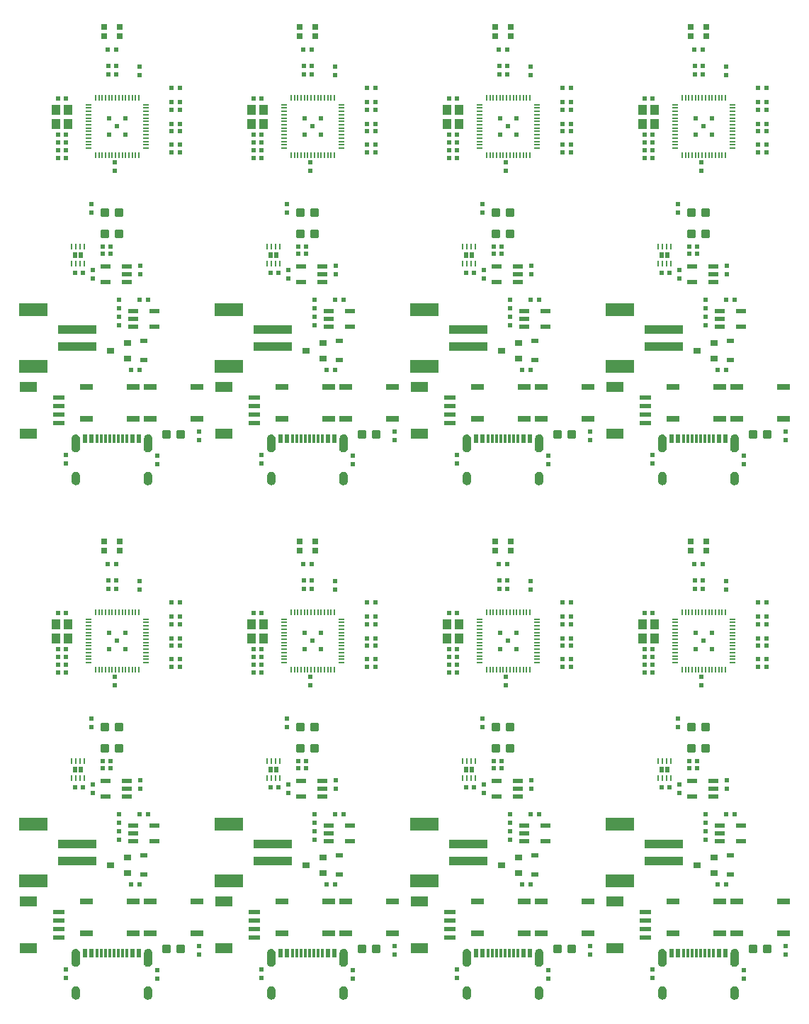
<source format=gtp>
G04 EAGLE Gerber RS-274X export*
G75*
%MOMM*%
%FSLAX34Y34*%
%LPD*%
%INSolderpaste Top*%
%IPPOS*%
%AMOC8*
5,1,8,0,0,1.08239X$1,22.5*%
G01*
%ADD10R,0.830000X0.630000*%
%ADD11C,0.300000*%
%ADD12R,0.900000X0.800000*%
%ADD13R,2.000000X1.200000*%
%ADD14R,1.350000X0.600000*%
%ADD15R,4.600000X1.000000*%
%ADD16R,3.400000X1.600000*%
%ADD17R,0.600000X0.600000*%
%ADD18R,0.200000X0.650000*%
%ADD19R,0.650000X0.200000*%
%ADD20R,1.100000X1.200000*%
%ADD21R,0.300000X1.000000*%
%ADD22R,0.600000X1.000000*%
%ADD23R,1.524000X0.762000*%
%ADD24R,0.250000X0.637500*%
%ADD25R,0.500000X0.640000*%
%ADD26R,0.700000X0.700000*%
%ADD27R,1.200000X0.550000*%

G36*
X858340Y658631D02*
X858340Y658631D01*
X858341Y658631D01*
X859409Y658650D01*
X859416Y658655D01*
X859420Y658651D01*
X860457Y658907D01*
X860462Y658914D01*
X860468Y658911D01*
X861422Y659392D01*
X861426Y659399D01*
X861431Y659398D01*
X862255Y660079D01*
X862256Y660087D01*
X862262Y660087D01*
X862913Y660934D01*
X862913Y660942D01*
X862919Y660943D01*
X863366Y661914D01*
X863364Y661922D01*
X863369Y661924D01*
X863588Y662970D01*
X863585Y662977D01*
X863589Y662980D01*
X863589Y674980D01*
X863586Y674985D01*
X863589Y674988D01*
X863409Y676083D01*
X863403Y676089D01*
X863406Y676094D01*
X862987Y677122D01*
X862980Y677126D01*
X862982Y677131D01*
X862345Y678040D01*
X862337Y678043D01*
X862337Y678048D01*
X861514Y678792D01*
X861506Y678793D01*
X861505Y678799D01*
X860537Y679341D01*
X860528Y679340D01*
X860526Y679346D01*
X859462Y679659D01*
X859457Y679657D01*
X859453Y679657D01*
X859451Y679661D01*
X858343Y679729D01*
X858337Y679725D01*
X858333Y679729D01*
X857225Y679559D01*
X857219Y679553D01*
X857214Y679556D01*
X856172Y679144D01*
X856168Y679137D01*
X856163Y679139D01*
X855238Y678505D01*
X855236Y678497D01*
X855230Y678498D01*
X854470Y677675D01*
X854469Y677666D01*
X854463Y677666D01*
X853906Y676694D01*
X853907Y676686D01*
X853901Y676684D01*
X853574Y675612D01*
X853577Y675604D01*
X853572Y675601D01*
X853491Y674484D01*
X853492Y674481D01*
X853491Y674480D01*
X853491Y662480D01*
X853496Y662473D01*
X853492Y662469D01*
X853711Y661525D01*
X853717Y661519D01*
X853715Y661514D01*
X854139Y660642D01*
X854146Y660639D01*
X854144Y660633D01*
X854751Y659877D01*
X854759Y659875D01*
X854759Y659869D01*
X855519Y659268D01*
X855528Y659268D01*
X855529Y659262D01*
X856404Y658844D01*
X856412Y658846D01*
X856414Y658841D01*
X857360Y658629D01*
X857367Y658632D01*
X857371Y658627D01*
X858340Y658631D01*
G37*
G36*
X157300Y658631D02*
X157300Y658631D01*
X157301Y658631D01*
X158369Y658650D01*
X158376Y658655D01*
X158380Y658651D01*
X159417Y658907D01*
X159422Y658914D01*
X159428Y658911D01*
X160382Y659392D01*
X160386Y659399D01*
X160391Y659398D01*
X161215Y660079D01*
X161216Y660087D01*
X161222Y660087D01*
X161873Y660934D01*
X161873Y660942D01*
X161879Y660943D01*
X162326Y661914D01*
X162324Y661922D01*
X162329Y661924D01*
X162548Y662970D01*
X162545Y662977D01*
X162549Y662980D01*
X162549Y674980D01*
X162546Y674985D01*
X162549Y674988D01*
X162369Y676083D01*
X162363Y676089D01*
X162366Y676094D01*
X161947Y677122D01*
X161940Y677126D01*
X161942Y677131D01*
X161305Y678040D01*
X161297Y678043D01*
X161297Y678048D01*
X160474Y678792D01*
X160466Y678793D01*
X160465Y678799D01*
X159497Y679341D01*
X159488Y679340D01*
X159486Y679346D01*
X158422Y679659D01*
X158417Y679657D01*
X158413Y679657D01*
X158411Y679661D01*
X157303Y679729D01*
X157297Y679725D01*
X157293Y679729D01*
X156185Y679559D01*
X156179Y679553D01*
X156174Y679556D01*
X155132Y679144D01*
X155128Y679137D01*
X155123Y679139D01*
X154198Y678505D01*
X154196Y678497D01*
X154190Y678498D01*
X153430Y677675D01*
X153429Y677666D01*
X153423Y677666D01*
X152866Y676694D01*
X152867Y676686D01*
X152861Y676684D01*
X152534Y675612D01*
X152537Y675604D01*
X152532Y675601D01*
X152451Y674484D01*
X152452Y674481D01*
X152451Y674480D01*
X152451Y662480D01*
X152456Y662473D01*
X152452Y662469D01*
X152671Y661525D01*
X152677Y661519D01*
X152675Y661514D01*
X153099Y660642D01*
X153106Y660639D01*
X153104Y660633D01*
X153711Y659877D01*
X153719Y659875D01*
X153719Y659869D01*
X154479Y659268D01*
X154488Y659268D01*
X154489Y659262D01*
X155364Y658844D01*
X155372Y658846D01*
X155374Y658841D01*
X156320Y658629D01*
X156327Y658632D01*
X156331Y658627D01*
X157300Y658631D01*
G37*
G36*
X390980Y658631D02*
X390980Y658631D01*
X390981Y658631D01*
X392049Y658650D01*
X392056Y658655D01*
X392060Y658651D01*
X393097Y658907D01*
X393102Y658914D01*
X393108Y658911D01*
X394062Y659392D01*
X394066Y659399D01*
X394071Y659398D01*
X394895Y660079D01*
X394896Y660087D01*
X394902Y660087D01*
X395553Y660934D01*
X395553Y660942D01*
X395559Y660943D01*
X396006Y661914D01*
X396004Y661922D01*
X396009Y661924D01*
X396228Y662970D01*
X396225Y662977D01*
X396229Y662980D01*
X396229Y674980D01*
X396226Y674985D01*
X396229Y674988D01*
X396049Y676083D01*
X396043Y676089D01*
X396046Y676094D01*
X395627Y677122D01*
X395620Y677126D01*
X395622Y677131D01*
X394985Y678040D01*
X394977Y678043D01*
X394977Y678048D01*
X394154Y678792D01*
X394146Y678793D01*
X394145Y678799D01*
X393177Y679341D01*
X393168Y679340D01*
X393166Y679346D01*
X392102Y679659D01*
X392097Y679657D01*
X392093Y679657D01*
X392091Y679661D01*
X390983Y679729D01*
X390977Y679725D01*
X390973Y679729D01*
X389865Y679559D01*
X389859Y679553D01*
X389854Y679556D01*
X388812Y679144D01*
X388808Y679137D01*
X388803Y679139D01*
X387878Y678505D01*
X387876Y678497D01*
X387870Y678498D01*
X387110Y677675D01*
X387109Y677666D01*
X387103Y677666D01*
X386546Y676694D01*
X386547Y676686D01*
X386541Y676684D01*
X386214Y675612D01*
X386217Y675604D01*
X386212Y675601D01*
X386131Y674484D01*
X386132Y674481D01*
X386131Y674480D01*
X386131Y662480D01*
X386136Y662473D01*
X386132Y662469D01*
X386351Y661525D01*
X386357Y661519D01*
X386355Y661514D01*
X386779Y660642D01*
X386786Y660639D01*
X386784Y660633D01*
X387391Y659877D01*
X387399Y659875D01*
X387399Y659869D01*
X388159Y659268D01*
X388168Y659268D01*
X388169Y659262D01*
X389044Y658844D01*
X389052Y658846D01*
X389054Y658841D01*
X390000Y658629D01*
X390007Y658632D01*
X390011Y658627D01*
X390980Y658631D01*
G37*
G36*
X624660Y658631D02*
X624660Y658631D01*
X624661Y658631D01*
X625729Y658650D01*
X625736Y658655D01*
X625740Y658651D01*
X626777Y658907D01*
X626782Y658914D01*
X626788Y658911D01*
X627742Y659392D01*
X627746Y659399D01*
X627751Y659398D01*
X628575Y660079D01*
X628576Y660087D01*
X628582Y660087D01*
X629233Y660934D01*
X629233Y660942D01*
X629239Y660943D01*
X629686Y661914D01*
X629684Y661922D01*
X629689Y661924D01*
X629908Y662970D01*
X629905Y662977D01*
X629909Y662980D01*
X629909Y674980D01*
X629906Y674985D01*
X629909Y674988D01*
X629729Y676083D01*
X629723Y676089D01*
X629726Y676094D01*
X629307Y677122D01*
X629300Y677126D01*
X629302Y677131D01*
X628665Y678040D01*
X628657Y678043D01*
X628657Y678048D01*
X627834Y678792D01*
X627826Y678793D01*
X627825Y678799D01*
X626857Y679341D01*
X626848Y679340D01*
X626846Y679346D01*
X625782Y679659D01*
X625777Y679657D01*
X625773Y679657D01*
X625771Y679661D01*
X624663Y679729D01*
X624657Y679725D01*
X624653Y679729D01*
X623545Y679559D01*
X623539Y679553D01*
X623534Y679556D01*
X622492Y679144D01*
X622488Y679137D01*
X622483Y679139D01*
X621558Y678505D01*
X621556Y678497D01*
X621550Y678498D01*
X620790Y677675D01*
X620789Y677666D01*
X620783Y677666D01*
X620226Y676694D01*
X620227Y676686D01*
X620221Y676684D01*
X619894Y675612D01*
X619897Y675604D01*
X619892Y675601D01*
X619811Y674484D01*
X619812Y674481D01*
X619811Y674480D01*
X619811Y662480D01*
X619816Y662473D01*
X619812Y662469D01*
X620031Y661525D01*
X620037Y661519D01*
X620035Y661514D01*
X620459Y660642D01*
X620466Y660639D01*
X620464Y660633D01*
X621071Y659877D01*
X621079Y659875D01*
X621079Y659869D01*
X621839Y659268D01*
X621848Y659268D01*
X621849Y659262D01*
X622724Y658844D01*
X622732Y658846D01*
X622734Y658841D01*
X623680Y658629D01*
X623687Y658632D01*
X623691Y658627D01*
X624660Y658631D01*
G37*
G36*
X390980Y43951D02*
X390980Y43951D01*
X390981Y43951D01*
X392049Y43970D01*
X392056Y43975D01*
X392060Y43971D01*
X393097Y44227D01*
X393102Y44234D01*
X393108Y44231D01*
X394062Y44712D01*
X394066Y44719D01*
X394071Y44718D01*
X394895Y45399D01*
X394896Y45407D01*
X394902Y45407D01*
X395553Y46254D01*
X395553Y46262D01*
X395559Y46263D01*
X396006Y47234D01*
X396004Y47242D01*
X396009Y47244D01*
X396228Y48290D01*
X396225Y48297D01*
X396229Y48300D01*
X396229Y60300D01*
X396226Y60305D01*
X396229Y60308D01*
X396049Y61403D01*
X396043Y61409D01*
X396046Y61414D01*
X395627Y62442D01*
X395620Y62446D01*
X395622Y62451D01*
X394985Y63360D01*
X394977Y63363D01*
X394977Y63368D01*
X394154Y64112D01*
X394146Y64113D01*
X394145Y64119D01*
X393177Y64661D01*
X393168Y64660D01*
X393166Y64666D01*
X392102Y64979D01*
X392097Y64977D01*
X392093Y64977D01*
X392091Y64981D01*
X390983Y65049D01*
X390977Y65045D01*
X390973Y65049D01*
X389865Y64879D01*
X389859Y64873D01*
X389854Y64876D01*
X388812Y64464D01*
X388808Y64457D01*
X388803Y64459D01*
X387878Y63825D01*
X387876Y63817D01*
X387870Y63818D01*
X387110Y62995D01*
X387109Y62986D01*
X387103Y62986D01*
X386546Y62014D01*
X386547Y62006D01*
X386541Y62004D01*
X386214Y60932D01*
X386217Y60924D01*
X386212Y60921D01*
X386131Y59804D01*
X386132Y59801D01*
X386131Y59800D01*
X386131Y47800D01*
X386136Y47793D01*
X386132Y47789D01*
X386351Y46845D01*
X386357Y46839D01*
X386355Y46834D01*
X386779Y45962D01*
X386786Y45959D01*
X386784Y45953D01*
X387391Y45197D01*
X387399Y45195D01*
X387399Y45189D01*
X388159Y44588D01*
X388168Y44588D01*
X388169Y44582D01*
X389044Y44164D01*
X389052Y44166D01*
X389054Y44161D01*
X390000Y43949D01*
X390007Y43952D01*
X390011Y43947D01*
X390980Y43951D01*
G37*
G36*
X858340Y43951D02*
X858340Y43951D01*
X858341Y43951D01*
X859409Y43970D01*
X859416Y43975D01*
X859420Y43971D01*
X860457Y44227D01*
X860462Y44234D01*
X860468Y44231D01*
X861422Y44712D01*
X861426Y44719D01*
X861431Y44718D01*
X862255Y45399D01*
X862256Y45407D01*
X862262Y45407D01*
X862913Y46254D01*
X862913Y46262D01*
X862919Y46263D01*
X863366Y47234D01*
X863364Y47242D01*
X863369Y47244D01*
X863588Y48290D01*
X863585Y48297D01*
X863589Y48300D01*
X863589Y60300D01*
X863586Y60305D01*
X863589Y60308D01*
X863409Y61403D01*
X863403Y61409D01*
X863406Y61414D01*
X862987Y62442D01*
X862980Y62446D01*
X862982Y62451D01*
X862345Y63360D01*
X862337Y63363D01*
X862337Y63368D01*
X861514Y64112D01*
X861506Y64113D01*
X861505Y64119D01*
X860537Y64661D01*
X860528Y64660D01*
X860526Y64666D01*
X859462Y64979D01*
X859457Y64977D01*
X859453Y64977D01*
X859451Y64981D01*
X858343Y65049D01*
X858337Y65045D01*
X858333Y65049D01*
X857225Y64879D01*
X857219Y64873D01*
X857214Y64876D01*
X856172Y64464D01*
X856168Y64457D01*
X856163Y64459D01*
X855238Y63825D01*
X855236Y63817D01*
X855230Y63818D01*
X854470Y62995D01*
X854469Y62986D01*
X854463Y62986D01*
X853906Y62014D01*
X853907Y62006D01*
X853901Y62004D01*
X853574Y60932D01*
X853577Y60924D01*
X853572Y60921D01*
X853491Y59804D01*
X853492Y59801D01*
X853491Y59800D01*
X853491Y47800D01*
X853496Y47793D01*
X853492Y47789D01*
X853711Y46845D01*
X853717Y46839D01*
X853715Y46834D01*
X854139Y45962D01*
X854146Y45959D01*
X854144Y45953D01*
X854751Y45197D01*
X854759Y45195D01*
X854759Y45189D01*
X855519Y44588D01*
X855528Y44588D01*
X855529Y44582D01*
X856404Y44164D01*
X856412Y44166D01*
X856414Y44161D01*
X857360Y43949D01*
X857367Y43952D01*
X857371Y43947D01*
X858340Y43951D01*
G37*
G36*
X624660Y43951D02*
X624660Y43951D01*
X624661Y43951D01*
X625729Y43970D01*
X625736Y43975D01*
X625740Y43971D01*
X626777Y44227D01*
X626782Y44234D01*
X626788Y44231D01*
X627742Y44712D01*
X627746Y44719D01*
X627751Y44718D01*
X628575Y45399D01*
X628576Y45407D01*
X628582Y45407D01*
X629233Y46254D01*
X629233Y46262D01*
X629239Y46263D01*
X629686Y47234D01*
X629684Y47242D01*
X629689Y47244D01*
X629908Y48290D01*
X629905Y48297D01*
X629909Y48300D01*
X629909Y60300D01*
X629906Y60305D01*
X629909Y60308D01*
X629729Y61403D01*
X629723Y61409D01*
X629726Y61414D01*
X629307Y62442D01*
X629300Y62446D01*
X629302Y62451D01*
X628665Y63360D01*
X628657Y63363D01*
X628657Y63368D01*
X627834Y64112D01*
X627826Y64113D01*
X627825Y64119D01*
X626857Y64661D01*
X626848Y64660D01*
X626846Y64666D01*
X625782Y64979D01*
X625777Y64977D01*
X625773Y64977D01*
X625771Y64981D01*
X624663Y65049D01*
X624657Y65045D01*
X624653Y65049D01*
X623545Y64879D01*
X623539Y64873D01*
X623534Y64876D01*
X622492Y64464D01*
X622488Y64457D01*
X622483Y64459D01*
X621558Y63825D01*
X621556Y63817D01*
X621550Y63818D01*
X620790Y62995D01*
X620789Y62986D01*
X620783Y62986D01*
X620226Y62014D01*
X620227Y62006D01*
X620221Y62004D01*
X619894Y60932D01*
X619897Y60924D01*
X619892Y60921D01*
X619811Y59804D01*
X619812Y59801D01*
X619811Y59800D01*
X619811Y47800D01*
X619816Y47793D01*
X619812Y47789D01*
X620031Y46845D01*
X620037Y46839D01*
X620035Y46834D01*
X620459Y45962D01*
X620466Y45959D01*
X620464Y45953D01*
X621071Y45197D01*
X621079Y45195D01*
X621079Y45189D01*
X621839Y44588D01*
X621848Y44588D01*
X621849Y44582D01*
X622724Y44164D01*
X622732Y44166D01*
X622734Y44161D01*
X623680Y43949D01*
X623687Y43952D01*
X623691Y43947D01*
X624660Y43951D01*
G37*
G36*
X157300Y43951D02*
X157300Y43951D01*
X157301Y43951D01*
X158369Y43970D01*
X158376Y43975D01*
X158380Y43971D01*
X159417Y44227D01*
X159422Y44234D01*
X159428Y44231D01*
X160382Y44712D01*
X160386Y44719D01*
X160391Y44718D01*
X161215Y45399D01*
X161216Y45407D01*
X161222Y45407D01*
X161873Y46254D01*
X161873Y46262D01*
X161879Y46263D01*
X162326Y47234D01*
X162324Y47242D01*
X162329Y47244D01*
X162548Y48290D01*
X162545Y48297D01*
X162549Y48300D01*
X162549Y60300D01*
X162546Y60305D01*
X162549Y60308D01*
X162369Y61403D01*
X162363Y61409D01*
X162366Y61414D01*
X161947Y62442D01*
X161940Y62446D01*
X161942Y62451D01*
X161305Y63360D01*
X161297Y63363D01*
X161297Y63368D01*
X160474Y64112D01*
X160466Y64113D01*
X160465Y64119D01*
X159497Y64661D01*
X159488Y64660D01*
X159486Y64666D01*
X158422Y64979D01*
X158417Y64977D01*
X158413Y64977D01*
X158411Y64981D01*
X157303Y65049D01*
X157297Y65045D01*
X157293Y65049D01*
X156185Y64879D01*
X156179Y64873D01*
X156174Y64876D01*
X155132Y64464D01*
X155128Y64457D01*
X155123Y64459D01*
X154198Y63825D01*
X154196Y63817D01*
X154190Y63818D01*
X153430Y62995D01*
X153429Y62986D01*
X153423Y62986D01*
X152866Y62014D01*
X152867Y62006D01*
X152861Y62004D01*
X152534Y60932D01*
X152537Y60924D01*
X152532Y60921D01*
X152451Y59804D01*
X152452Y59801D01*
X152451Y59800D01*
X152451Y47800D01*
X152456Y47793D01*
X152452Y47789D01*
X152671Y46845D01*
X152677Y46839D01*
X152675Y46834D01*
X153099Y45962D01*
X153106Y45959D01*
X153104Y45953D01*
X153711Y45197D01*
X153719Y45195D01*
X153719Y45189D01*
X154479Y44588D01*
X154488Y44588D01*
X154489Y44582D01*
X155364Y44164D01*
X155372Y44166D01*
X155374Y44161D01*
X156320Y43949D01*
X156327Y43952D01*
X156331Y43947D01*
X157300Y43951D01*
G37*
G36*
X305561Y658640D02*
X305561Y658640D01*
X305568Y658645D01*
X305572Y658641D01*
X306624Y658891D01*
X306629Y658897D01*
X306634Y658894D01*
X307604Y659371D01*
X307607Y659379D01*
X307613Y659377D01*
X308452Y660058D01*
X308454Y660066D01*
X308460Y660066D01*
X309126Y660917D01*
X309127Y660925D01*
X309132Y660926D01*
X309593Y661903D01*
X309591Y661911D01*
X309597Y661914D01*
X309828Y662969D01*
X309825Y662977D01*
X309829Y662980D01*
X309829Y674980D01*
X309825Y674985D01*
X309829Y674988D01*
X309636Y676094D01*
X309630Y676099D01*
X309633Y676104D01*
X309200Y677139D01*
X309193Y677143D01*
X309195Y677148D01*
X308542Y678061D01*
X308534Y678063D01*
X308535Y678069D01*
X307696Y678813D01*
X307687Y678814D01*
X307687Y678819D01*
X306703Y679358D01*
X306695Y679357D01*
X306693Y679362D01*
X305614Y679669D01*
X305606Y679666D01*
X305603Y679671D01*
X304483Y679729D01*
X304478Y679726D01*
X304475Y679729D01*
X303429Y679611D01*
X303423Y679605D01*
X303418Y679609D01*
X302424Y679261D01*
X302420Y679254D01*
X302415Y679256D01*
X301523Y678696D01*
X301521Y678689D01*
X301515Y678689D01*
X300771Y677945D01*
X300769Y677937D01*
X300764Y677937D01*
X300204Y677045D01*
X300204Y677037D01*
X300199Y677036D01*
X299851Y676042D01*
X299854Y676034D01*
X299849Y676031D01*
X299731Y674986D01*
X299733Y674982D01*
X299731Y674980D01*
X299731Y662980D01*
X299734Y662975D01*
X299731Y662972D01*
X299889Y661976D01*
X299895Y661970D01*
X299892Y661965D01*
X300267Y661029D01*
X300274Y661025D01*
X300272Y661019D01*
X300846Y660190D01*
X300854Y660187D01*
X300853Y660182D01*
X301597Y659501D01*
X301606Y659500D01*
X301606Y659494D01*
X302483Y658996D01*
X302492Y658997D01*
X302494Y658992D01*
X303459Y658701D01*
X303467Y658704D01*
X303470Y658699D01*
X304477Y658631D01*
X304479Y658632D01*
X304480Y658631D01*
X305561Y658640D01*
G37*
G36*
X772921Y658640D02*
X772921Y658640D01*
X772928Y658645D01*
X772932Y658641D01*
X773984Y658891D01*
X773989Y658897D01*
X773994Y658894D01*
X774964Y659371D01*
X774967Y659379D01*
X774973Y659377D01*
X775812Y660058D01*
X775814Y660066D01*
X775820Y660066D01*
X776486Y660917D01*
X776487Y660925D01*
X776492Y660926D01*
X776953Y661903D01*
X776951Y661911D01*
X776957Y661914D01*
X777188Y662969D01*
X777185Y662977D01*
X777189Y662980D01*
X777189Y674980D01*
X777185Y674985D01*
X777189Y674988D01*
X776996Y676094D01*
X776990Y676099D01*
X776993Y676104D01*
X776560Y677139D01*
X776553Y677143D01*
X776555Y677148D01*
X775902Y678061D01*
X775894Y678063D01*
X775895Y678069D01*
X775056Y678813D01*
X775047Y678814D01*
X775047Y678819D01*
X774063Y679358D01*
X774055Y679357D01*
X774053Y679362D01*
X772974Y679669D01*
X772966Y679666D01*
X772963Y679671D01*
X771843Y679729D01*
X771838Y679726D01*
X771835Y679729D01*
X770789Y679611D01*
X770783Y679605D01*
X770778Y679609D01*
X769784Y679261D01*
X769780Y679254D01*
X769775Y679256D01*
X768883Y678696D01*
X768881Y678689D01*
X768875Y678689D01*
X768131Y677945D01*
X768129Y677937D01*
X768124Y677937D01*
X767564Y677045D01*
X767564Y677037D01*
X767559Y677036D01*
X767211Y676042D01*
X767214Y676034D01*
X767209Y676031D01*
X767091Y674986D01*
X767093Y674982D01*
X767091Y674980D01*
X767091Y662980D01*
X767094Y662975D01*
X767091Y662972D01*
X767249Y661976D01*
X767255Y661970D01*
X767252Y661965D01*
X767627Y661029D01*
X767634Y661025D01*
X767632Y661019D01*
X768206Y660190D01*
X768214Y660187D01*
X768213Y660182D01*
X768957Y659501D01*
X768966Y659500D01*
X768966Y659494D01*
X769843Y658996D01*
X769852Y658997D01*
X769854Y658992D01*
X770819Y658701D01*
X770827Y658704D01*
X770830Y658699D01*
X771837Y658631D01*
X771839Y658632D01*
X771840Y658631D01*
X772921Y658640D01*
G37*
G36*
X539241Y658640D02*
X539241Y658640D01*
X539248Y658645D01*
X539252Y658641D01*
X540304Y658891D01*
X540309Y658897D01*
X540314Y658894D01*
X541284Y659371D01*
X541287Y659379D01*
X541293Y659377D01*
X542132Y660058D01*
X542134Y660066D01*
X542140Y660066D01*
X542806Y660917D01*
X542807Y660925D01*
X542812Y660926D01*
X543273Y661903D01*
X543271Y661911D01*
X543277Y661914D01*
X543508Y662969D01*
X543505Y662977D01*
X543509Y662980D01*
X543509Y674980D01*
X543505Y674985D01*
X543509Y674988D01*
X543316Y676094D01*
X543310Y676099D01*
X543313Y676104D01*
X542880Y677139D01*
X542873Y677143D01*
X542875Y677148D01*
X542222Y678061D01*
X542214Y678063D01*
X542215Y678069D01*
X541376Y678813D01*
X541367Y678814D01*
X541367Y678819D01*
X540383Y679358D01*
X540375Y679357D01*
X540373Y679362D01*
X539294Y679669D01*
X539286Y679666D01*
X539283Y679671D01*
X538163Y679729D01*
X538158Y679726D01*
X538155Y679729D01*
X537109Y679611D01*
X537103Y679605D01*
X537098Y679609D01*
X536104Y679261D01*
X536100Y679254D01*
X536095Y679256D01*
X535203Y678696D01*
X535201Y678689D01*
X535195Y678689D01*
X534451Y677945D01*
X534449Y677937D01*
X534444Y677937D01*
X533884Y677045D01*
X533884Y677037D01*
X533879Y677036D01*
X533531Y676042D01*
X533534Y676034D01*
X533529Y676031D01*
X533411Y674986D01*
X533413Y674982D01*
X533411Y674980D01*
X533411Y662980D01*
X533414Y662975D01*
X533411Y662972D01*
X533569Y661976D01*
X533575Y661970D01*
X533572Y661965D01*
X533947Y661029D01*
X533954Y661025D01*
X533952Y661019D01*
X534526Y660190D01*
X534534Y660187D01*
X534533Y660182D01*
X535277Y659501D01*
X535286Y659500D01*
X535286Y659494D01*
X536163Y658996D01*
X536172Y658997D01*
X536174Y658992D01*
X537139Y658701D01*
X537147Y658704D01*
X537150Y658699D01*
X538157Y658631D01*
X538159Y658632D01*
X538160Y658631D01*
X539241Y658640D01*
G37*
G36*
X71881Y658640D02*
X71881Y658640D01*
X71888Y658645D01*
X71892Y658641D01*
X72944Y658891D01*
X72949Y658897D01*
X72954Y658894D01*
X73924Y659371D01*
X73927Y659379D01*
X73933Y659377D01*
X74772Y660058D01*
X74774Y660066D01*
X74780Y660066D01*
X75446Y660917D01*
X75447Y660925D01*
X75452Y660926D01*
X75913Y661903D01*
X75911Y661911D01*
X75917Y661914D01*
X76148Y662969D01*
X76145Y662977D01*
X76149Y662980D01*
X76149Y674980D01*
X76145Y674985D01*
X76149Y674988D01*
X75956Y676094D01*
X75950Y676099D01*
X75953Y676104D01*
X75520Y677139D01*
X75513Y677143D01*
X75515Y677148D01*
X74862Y678061D01*
X74854Y678063D01*
X74855Y678069D01*
X74016Y678813D01*
X74007Y678814D01*
X74007Y678819D01*
X73023Y679358D01*
X73015Y679357D01*
X73013Y679362D01*
X71934Y679669D01*
X71926Y679666D01*
X71923Y679671D01*
X70803Y679729D01*
X70798Y679726D01*
X70795Y679729D01*
X69749Y679611D01*
X69743Y679605D01*
X69738Y679609D01*
X68744Y679261D01*
X68740Y679254D01*
X68735Y679256D01*
X67843Y678696D01*
X67841Y678689D01*
X67835Y678689D01*
X67091Y677945D01*
X67089Y677937D01*
X67084Y677937D01*
X66524Y677045D01*
X66524Y677037D01*
X66519Y677036D01*
X66171Y676042D01*
X66174Y676034D01*
X66169Y676031D01*
X66051Y674986D01*
X66053Y674982D01*
X66051Y674980D01*
X66051Y662980D01*
X66054Y662975D01*
X66051Y662972D01*
X66209Y661976D01*
X66215Y661970D01*
X66212Y661965D01*
X66587Y661029D01*
X66594Y661025D01*
X66592Y661019D01*
X67166Y660190D01*
X67174Y660187D01*
X67173Y660182D01*
X67917Y659501D01*
X67926Y659500D01*
X67926Y659494D01*
X68803Y658996D01*
X68812Y658997D01*
X68814Y658992D01*
X69779Y658701D01*
X69787Y658704D01*
X69790Y658699D01*
X70797Y658631D01*
X70799Y658632D01*
X70800Y658631D01*
X71881Y658640D01*
G37*
G36*
X71881Y43960D02*
X71881Y43960D01*
X71888Y43965D01*
X71892Y43961D01*
X72944Y44211D01*
X72949Y44217D01*
X72954Y44214D01*
X73924Y44691D01*
X73927Y44699D01*
X73933Y44697D01*
X74772Y45378D01*
X74774Y45386D01*
X74780Y45386D01*
X75446Y46237D01*
X75447Y46245D01*
X75452Y46246D01*
X75913Y47223D01*
X75911Y47231D01*
X75917Y47234D01*
X76148Y48289D01*
X76145Y48297D01*
X76149Y48300D01*
X76149Y60300D01*
X76145Y60305D01*
X76149Y60308D01*
X75956Y61414D01*
X75950Y61419D01*
X75953Y61424D01*
X75520Y62459D01*
X75513Y62463D01*
X75515Y62468D01*
X74862Y63381D01*
X74854Y63383D01*
X74855Y63389D01*
X74016Y64133D01*
X74007Y64134D01*
X74007Y64139D01*
X73023Y64678D01*
X73015Y64677D01*
X73013Y64682D01*
X71934Y64989D01*
X71926Y64986D01*
X71923Y64991D01*
X70803Y65049D01*
X70798Y65046D01*
X70795Y65049D01*
X69749Y64931D01*
X69743Y64925D01*
X69738Y64929D01*
X68744Y64581D01*
X68740Y64574D01*
X68735Y64576D01*
X67843Y64016D01*
X67841Y64009D01*
X67835Y64009D01*
X67091Y63265D01*
X67089Y63257D01*
X67084Y63257D01*
X66524Y62365D01*
X66524Y62357D01*
X66519Y62356D01*
X66171Y61362D01*
X66174Y61354D01*
X66169Y61351D01*
X66051Y60306D01*
X66053Y60302D01*
X66051Y60300D01*
X66051Y48300D01*
X66054Y48295D01*
X66051Y48292D01*
X66209Y47296D01*
X66215Y47290D01*
X66212Y47285D01*
X66587Y46349D01*
X66594Y46345D01*
X66592Y46339D01*
X67166Y45510D01*
X67174Y45507D01*
X67173Y45502D01*
X67917Y44821D01*
X67926Y44820D01*
X67926Y44814D01*
X68803Y44316D01*
X68812Y44317D01*
X68814Y44312D01*
X69779Y44021D01*
X69787Y44024D01*
X69790Y44019D01*
X70797Y43951D01*
X70799Y43952D01*
X70800Y43951D01*
X71881Y43960D01*
G37*
G36*
X772921Y43960D02*
X772921Y43960D01*
X772928Y43965D01*
X772932Y43961D01*
X773984Y44211D01*
X773989Y44217D01*
X773994Y44214D01*
X774964Y44691D01*
X774967Y44699D01*
X774973Y44697D01*
X775812Y45378D01*
X775814Y45386D01*
X775820Y45386D01*
X776486Y46237D01*
X776487Y46245D01*
X776492Y46246D01*
X776953Y47223D01*
X776951Y47231D01*
X776957Y47234D01*
X777188Y48289D01*
X777185Y48297D01*
X777189Y48300D01*
X777189Y60300D01*
X777185Y60305D01*
X777189Y60308D01*
X776996Y61414D01*
X776990Y61419D01*
X776993Y61424D01*
X776560Y62459D01*
X776553Y62463D01*
X776555Y62468D01*
X775902Y63381D01*
X775894Y63383D01*
X775895Y63389D01*
X775056Y64133D01*
X775047Y64134D01*
X775047Y64139D01*
X774063Y64678D01*
X774055Y64677D01*
X774053Y64682D01*
X772974Y64989D01*
X772966Y64986D01*
X772963Y64991D01*
X771843Y65049D01*
X771838Y65046D01*
X771835Y65049D01*
X770789Y64931D01*
X770783Y64925D01*
X770778Y64929D01*
X769784Y64581D01*
X769780Y64574D01*
X769775Y64576D01*
X768883Y64016D01*
X768881Y64009D01*
X768875Y64009D01*
X768131Y63265D01*
X768129Y63257D01*
X768124Y63257D01*
X767564Y62365D01*
X767564Y62357D01*
X767559Y62356D01*
X767211Y61362D01*
X767214Y61354D01*
X767209Y61351D01*
X767091Y60306D01*
X767093Y60302D01*
X767091Y60300D01*
X767091Y48300D01*
X767094Y48295D01*
X767091Y48292D01*
X767249Y47296D01*
X767255Y47290D01*
X767252Y47285D01*
X767627Y46349D01*
X767634Y46345D01*
X767632Y46339D01*
X768206Y45510D01*
X768214Y45507D01*
X768213Y45502D01*
X768957Y44821D01*
X768966Y44820D01*
X768966Y44814D01*
X769843Y44316D01*
X769852Y44317D01*
X769854Y44312D01*
X770819Y44021D01*
X770827Y44024D01*
X770830Y44019D01*
X771837Y43951D01*
X771839Y43952D01*
X771840Y43951D01*
X772921Y43960D01*
G37*
G36*
X305561Y43960D02*
X305561Y43960D01*
X305568Y43965D01*
X305572Y43961D01*
X306624Y44211D01*
X306629Y44217D01*
X306634Y44214D01*
X307604Y44691D01*
X307607Y44699D01*
X307613Y44697D01*
X308452Y45378D01*
X308454Y45386D01*
X308460Y45386D01*
X309126Y46237D01*
X309127Y46245D01*
X309132Y46246D01*
X309593Y47223D01*
X309591Y47231D01*
X309597Y47234D01*
X309828Y48289D01*
X309825Y48297D01*
X309829Y48300D01*
X309829Y60300D01*
X309825Y60305D01*
X309829Y60308D01*
X309636Y61414D01*
X309630Y61419D01*
X309633Y61424D01*
X309200Y62459D01*
X309193Y62463D01*
X309195Y62468D01*
X308542Y63381D01*
X308534Y63383D01*
X308535Y63389D01*
X307696Y64133D01*
X307687Y64134D01*
X307687Y64139D01*
X306703Y64678D01*
X306695Y64677D01*
X306693Y64682D01*
X305614Y64989D01*
X305606Y64986D01*
X305603Y64991D01*
X304483Y65049D01*
X304478Y65046D01*
X304475Y65049D01*
X303429Y64931D01*
X303423Y64925D01*
X303418Y64929D01*
X302424Y64581D01*
X302420Y64574D01*
X302415Y64576D01*
X301523Y64016D01*
X301521Y64009D01*
X301515Y64009D01*
X300771Y63265D01*
X300769Y63257D01*
X300764Y63257D01*
X300204Y62365D01*
X300204Y62357D01*
X300199Y62356D01*
X299851Y61362D01*
X299854Y61354D01*
X299849Y61351D01*
X299731Y60306D01*
X299733Y60302D01*
X299731Y60300D01*
X299731Y48300D01*
X299734Y48295D01*
X299731Y48292D01*
X299889Y47296D01*
X299895Y47290D01*
X299892Y47285D01*
X300267Y46349D01*
X300274Y46345D01*
X300272Y46339D01*
X300846Y45510D01*
X300854Y45507D01*
X300853Y45502D01*
X301597Y44821D01*
X301606Y44820D01*
X301606Y44814D01*
X302483Y44316D01*
X302492Y44317D01*
X302494Y44312D01*
X303459Y44021D01*
X303467Y44024D01*
X303470Y44019D01*
X304477Y43951D01*
X304479Y43952D01*
X304480Y43951D01*
X305561Y43960D01*
G37*
G36*
X539241Y43960D02*
X539241Y43960D01*
X539248Y43965D01*
X539252Y43961D01*
X540304Y44211D01*
X540309Y44217D01*
X540314Y44214D01*
X541284Y44691D01*
X541287Y44699D01*
X541293Y44697D01*
X542132Y45378D01*
X542134Y45386D01*
X542140Y45386D01*
X542806Y46237D01*
X542807Y46245D01*
X542812Y46246D01*
X543273Y47223D01*
X543271Y47231D01*
X543277Y47234D01*
X543508Y48289D01*
X543505Y48297D01*
X543509Y48300D01*
X543509Y60300D01*
X543505Y60305D01*
X543509Y60308D01*
X543316Y61414D01*
X543310Y61419D01*
X543313Y61424D01*
X542880Y62459D01*
X542873Y62463D01*
X542875Y62468D01*
X542222Y63381D01*
X542214Y63383D01*
X542215Y63389D01*
X541376Y64133D01*
X541367Y64134D01*
X541367Y64139D01*
X540383Y64678D01*
X540375Y64677D01*
X540373Y64682D01*
X539294Y64989D01*
X539286Y64986D01*
X539283Y64991D01*
X538163Y65049D01*
X538158Y65046D01*
X538155Y65049D01*
X537109Y64931D01*
X537103Y64925D01*
X537098Y64929D01*
X536104Y64581D01*
X536100Y64574D01*
X536095Y64576D01*
X535203Y64016D01*
X535201Y64009D01*
X535195Y64009D01*
X534451Y63265D01*
X534449Y63257D01*
X534444Y63257D01*
X533884Y62365D01*
X533884Y62357D01*
X533879Y62356D01*
X533531Y61362D01*
X533534Y61354D01*
X533529Y61351D01*
X533411Y60306D01*
X533413Y60302D01*
X533411Y60300D01*
X533411Y48300D01*
X533414Y48295D01*
X533411Y48292D01*
X533569Y47296D01*
X533575Y47290D01*
X533572Y47285D01*
X533947Y46349D01*
X533954Y46345D01*
X533952Y46339D01*
X534526Y45510D01*
X534534Y45507D01*
X534533Y45502D01*
X535277Y44821D01*
X535286Y44820D01*
X535286Y44814D01*
X536163Y44316D01*
X536172Y44317D01*
X536174Y44312D01*
X537139Y44021D01*
X537147Y44024D01*
X537150Y44019D01*
X538157Y43951D01*
X538159Y43952D01*
X538160Y43951D01*
X539241Y43960D01*
G37*
G36*
X625164Y619135D02*
X625164Y619135D01*
X625167Y619131D01*
X626243Y619286D01*
X626248Y619292D01*
X626253Y619289D01*
X627267Y619679D01*
X627271Y619686D01*
X627277Y619685D01*
X628179Y620291D01*
X628181Y620299D01*
X628187Y620298D01*
X628931Y621090D01*
X628932Y621098D01*
X628938Y621098D01*
X629487Y622036D01*
X629486Y622044D01*
X629492Y622046D01*
X629819Y623082D01*
X629816Y623090D01*
X629821Y623093D01*
X629909Y624176D01*
X629907Y624179D01*
X629909Y624180D01*
X629909Y630180D01*
X629906Y630184D01*
X629909Y630186D01*
X629759Y631319D01*
X629753Y631325D01*
X629756Y631330D01*
X629358Y632400D01*
X629351Y632404D01*
X629353Y632410D01*
X628726Y633365D01*
X628718Y633368D01*
X628719Y633373D01*
X627896Y634165D01*
X627888Y634166D01*
X627887Y634172D01*
X626908Y634761D01*
X626900Y634760D01*
X626898Y634765D01*
X625813Y635121D01*
X625805Y635119D01*
X625802Y635123D01*
X624665Y635229D01*
X624656Y635224D01*
X624651Y635228D01*
X623514Y635021D01*
X623508Y635015D01*
X623503Y635018D01*
X622441Y634563D01*
X622437Y634556D01*
X622431Y634558D01*
X621496Y633878D01*
X621494Y633870D01*
X621488Y633871D01*
X620728Y633000D01*
X620728Y632992D01*
X620722Y632991D01*
X620175Y631972D01*
X620176Y631964D01*
X620171Y631962D01*
X620167Y631949D01*
X620154Y631900D01*
X620153Y631900D01*
X620154Y631900D01*
X620140Y631851D01*
X620126Y631801D01*
X620113Y631752D01*
X620099Y631703D01*
X620086Y631654D01*
X620072Y631604D01*
X620059Y631555D01*
X620045Y631506D01*
X620031Y631457D01*
X620018Y631407D01*
X620004Y631358D01*
X619991Y631309D01*
X619977Y631260D01*
X619964Y631210D01*
X619950Y631161D01*
X619937Y631112D01*
X619936Y631112D01*
X619923Y631063D01*
X619909Y631013D01*
X619864Y630848D01*
X619867Y630840D01*
X619862Y630837D01*
X619811Y629682D01*
X619812Y629681D01*
X619811Y629680D01*
X619811Y623680D01*
X619815Y623674D01*
X619812Y623671D01*
X620024Y622590D01*
X620030Y622585D01*
X620027Y622580D01*
X620474Y621574D01*
X620481Y621570D01*
X620479Y621564D01*
X621139Y620683D01*
X621147Y620680D01*
X621147Y620675D01*
X621986Y619962D01*
X621994Y619962D01*
X621995Y619956D01*
X622972Y619448D01*
X622980Y619449D01*
X622982Y619444D01*
X624047Y619166D01*
X624055Y619169D01*
X624058Y619165D01*
X625159Y619131D01*
X625164Y619135D01*
G37*
G36*
X858844Y619135D02*
X858844Y619135D01*
X858847Y619131D01*
X859923Y619286D01*
X859928Y619292D01*
X859933Y619289D01*
X860947Y619679D01*
X860951Y619686D01*
X860957Y619685D01*
X861859Y620291D01*
X861861Y620299D01*
X861867Y620298D01*
X862611Y621090D01*
X862612Y621098D01*
X862618Y621098D01*
X863167Y622036D01*
X863166Y622044D01*
X863172Y622046D01*
X863499Y623082D01*
X863496Y623090D01*
X863501Y623093D01*
X863589Y624176D01*
X863587Y624179D01*
X863589Y624180D01*
X863589Y630180D01*
X863586Y630184D01*
X863589Y630186D01*
X863439Y631319D01*
X863433Y631325D01*
X863436Y631330D01*
X863038Y632400D01*
X863031Y632404D01*
X863033Y632410D01*
X862406Y633365D01*
X862398Y633368D01*
X862399Y633373D01*
X861576Y634165D01*
X861568Y634166D01*
X861567Y634172D01*
X860588Y634761D01*
X860580Y634760D01*
X860578Y634765D01*
X859493Y635121D01*
X859485Y635119D01*
X859482Y635123D01*
X858345Y635229D01*
X858336Y635224D01*
X858331Y635228D01*
X857194Y635021D01*
X857188Y635015D01*
X857183Y635018D01*
X856121Y634563D01*
X856117Y634556D01*
X856111Y634558D01*
X855176Y633878D01*
X855174Y633870D01*
X855168Y633871D01*
X854408Y633000D01*
X854408Y632992D01*
X854402Y632991D01*
X853855Y631972D01*
X853856Y631964D01*
X853851Y631962D01*
X853847Y631949D01*
X853834Y631900D01*
X853833Y631900D01*
X853834Y631900D01*
X853820Y631851D01*
X853806Y631801D01*
X853793Y631752D01*
X853779Y631703D01*
X853766Y631654D01*
X853752Y631604D01*
X853739Y631555D01*
X853725Y631506D01*
X853711Y631457D01*
X853698Y631407D01*
X853684Y631358D01*
X853671Y631309D01*
X853657Y631260D01*
X853644Y631210D01*
X853630Y631161D01*
X853617Y631112D01*
X853616Y631112D01*
X853603Y631063D01*
X853589Y631013D01*
X853544Y630848D01*
X853547Y630840D01*
X853542Y630837D01*
X853491Y629682D01*
X853492Y629681D01*
X853491Y629680D01*
X853491Y623680D01*
X853495Y623674D01*
X853492Y623671D01*
X853704Y622590D01*
X853710Y622585D01*
X853707Y622580D01*
X854154Y621574D01*
X854161Y621570D01*
X854159Y621564D01*
X854819Y620683D01*
X854827Y620680D01*
X854827Y620675D01*
X855666Y619962D01*
X855674Y619962D01*
X855675Y619956D01*
X856652Y619448D01*
X856660Y619449D01*
X856662Y619444D01*
X857727Y619166D01*
X857735Y619169D01*
X857738Y619165D01*
X858839Y619131D01*
X858844Y619135D01*
G37*
G36*
X391484Y619135D02*
X391484Y619135D01*
X391487Y619131D01*
X392563Y619286D01*
X392568Y619292D01*
X392573Y619289D01*
X393587Y619679D01*
X393591Y619686D01*
X393597Y619685D01*
X394499Y620291D01*
X394501Y620299D01*
X394507Y620298D01*
X395251Y621090D01*
X395252Y621098D01*
X395258Y621098D01*
X395807Y622036D01*
X395806Y622044D01*
X395812Y622046D01*
X396139Y623082D01*
X396136Y623090D01*
X396141Y623093D01*
X396229Y624176D01*
X396227Y624179D01*
X396229Y624180D01*
X396229Y630180D01*
X396226Y630184D01*
X396229Y630186D01*
X396079Y631319D01*
X396073Y631325D01*
X396076Y631330D01*
X395678Y632400D01*
X395671Y632404D01*
X395673Y632410D01*
X395046Y633365D01*
X395038Y633368D01*
X395039Y633373D01*
X394216Y634165D01*
X394208Y634166D01*
X394207Y634172D01*
X393228Y634761D01*
X393220Y634760D01*
X393218Y634765D01*
X392133Y635121D01*
X392125Y635119D01*
X392122Y635123D01*
X390985Y635229D01*
X390976Y635224D01*
X390971Y635228D01*
X389834Y635021D01*
X389828Y635015D01*
X389823Y635018D01*
X388761Y634563D01*
X388757Y634556D01*
X388751Y634558D01*
X387816Y633878D01*
X387814Y633870D01*
X387808Y633871D01*
X387048Y633000D01*
X387048Y632992D01*
X387042Y632991D01*
X386495Y631972D01*
X386496Y631964D01*
X386491Y631962D01*
X386487Y631949D01*
X386474Y631900D01*
X386473Y631900D01*
X386474Y631900D01*
X386460Y631851D01*
X386446Y631801D01*
X386433Y631752D01*
X386419Y631703D01*
X386406Y631654D01*
X386392Y631604D01*
X386379Y631555D01*
X386365Y631506D01*
X386351Y631457D01*
X386338Y631407D01*
X386324Y631358D01*
X386311Y631309D01*
X386297Y631260D01*
X386284Y631210D01*
X386270Y631161D01*
X386257Y631112D01*
X386256Y631112D01*
X386243Y631063D01*
X386229Y631013D01*
X386184Y630848D01*
X386187Y630840D01*
X386182Y630837D01*
X386131Y629682D01*
X386132Y629681D01*
X386131Y629680D01*
X386131Y623680D01*
X386135Y623674D01*
X386132Y623671D01*
X386344Y622590D01*
X386350Y622585D01*
X386347Y622580D01*
X386794Y621574D01*
X386801Y621570D01*
X386799Y621564D01*
X387459Y620683D01*
X387467Y620680D01*
X387467Y620675D01*
X388306Y619962D01*
X388314Y619962D01*
X388315Y619956D01*
X389292Y619448D01*
X389300Y619449D01*
X389302Y619444D01*
X390367Y619166D01*
X390375Y619169D01*
X390378Y619165D01*
X391479Y619131D01*
X391484Y619135D01*
G37*
G36*
X157804Y619135D02*
X157804Y619135D01*
X157807Y619131D01*
X158883Y619286D01*
X158888Y619292D01*
X158893Y619289D01*
X159907Y619679D01*
X159911Y619686D01*
X159917Y619685D01*
X160819Y620291D01*
X160821Y620299D01*
X160827Y620298D01*
X161571Y621090D01*
X161572Y621098D01*
X161578Y621098D01*
X162127Y622036D01*
X162126Y622044D01*
X162132Y622046D01*
X162459Y623082D01*
X162456Y623090D01*
X162461Y623093D01*
X162549Y624176D01*
X162547Y624179D01*
X162549Y624180D01*
X162549Y630180D01*
X162546Y630184D01*
X162549Y630186D01*
X162399Y631319D01*
X162393Y631325D01*
X162396Y631330D01*
X161998Y632400D01*
X161991Y632404D01*
X161993Y632410D01*
X161366Y633365D01*
X161358Y633368D01*
X161359Y633373D01*
X160536Y634165D01*
X160528Y634166D01*
X160527Y634172D01*
X159548Y634761D01*
X159540Y634760D01*
X159538Y634765D01*
X158453Y635121D01*
X158445Y635119D01*
X158442Y635123D01*
X157305Y635229D01*
X157296Y635224D01*
X157291Y635228D01*
X156154Y635021D01*
X156148Y635015D01*
X156143Y635018D01*
X155081Y634563D01*
X155077Y634556D01*
X155071Y634558D01*
X154136Y633878D01*
X154134Y633870D01*
X154128Y633871D01*
X153368Y633000D01*
X153368Y632992D01*
X153362Y632991D01*
X152815Y631972D01*
X152816Y631964D01*
X152811Y631962D01*
X152807Y631949D01*
X152794Y631900D01*
X152793Y631900D01*
X152794Y631900D01*
X152780Y631851D01*
X152766Y631801D01*
X152753Y631752D01*
X152739Y631703D01*
X152726Y631654D01*
X152712Y631604D01*
X152699Y631555D01*
X152685Y631506D01*
X152671Y631457D01*
X152658Y631407D01*
X152644Y631358D01*
X152631Y631309D01*
X152617Y631260D01*
X152604Y631210D01*
X152590Y631161D01*
X152577Y631112D01*
X152576Y631112D01*
X152563Y631063D01*
X152549Y631013D01*
X152504Y630848D01*
X152507Y630840D01*
X152502Y630837D01*
X152451Y629682D01*
X152452Y629681D01*
X152451Y629680D01*
X152451Y623680D01*
X152455Y623674D01*
X152452Y623671D01*
X152664Y622590D01*
X152670Y622585D01*
X152667Y622580D01*
X153114Y621574D01*
X153121Y621570D01*
X153119Y621564D01*
X153779Y620683D01*
X153787Y620680D01*
X153787Y620675D01*
X154626Y619962D01*
X154634Y619962D01*
X154635Y619956D01*
X155612Y619448D01*
X155620Y619449D01*
X155622Y619444D01*
X156687Y619166D01*
X156695Y619169D01*
X156698Y619165D01*
X157799Y619131D01*
X157804Y619135D01*
G37*
G36*
X858844Y4455D02*
X858844Y4455D01*
X858847Y4451D01*
X859923Y4606D01*
X859928Y4612D01*
X859933Y4609D01*
X860947Y4999D01*
X860951Y5006D01*
X860957Y5005D01*
X861859Y5611D01*
X861861Y5619D01*
X861867Y5618D01*
X862611Y6410D01*
X862612Y6418D01*
X862618Y6418D01*
X863167Y7356D01*
X863166Y7364D01*
X863172Y7366D01*
X863499Y8402D01*
X863496Y8410D01*
X863501Y8413D01*
X863589Y9496D01*
X863587Y9499D01*
X863589Y9500D01*
X863589Y15500D01*
X863586Y15504D01*
X863589Y15506D01*
X863439Y16639D01*
X863433Y16645D01*
X863436Y16650D01*
X863038Y17720D01*
X863031Y17724D01*
X863033Y17730D01*
X862406Y18685D01*
X862398Y18688D01*
X862399Y18693D01*
X861576Y19485D01*
X861568Y19486D01*
X861567Y19492D01*
X860588Y20081D01*
X860580Y20080D01*
X860578Y20085D01*
X859493Y20441D01*
X859485Y20439D01*
X859482Y20443D01*
X858345Y20549D01*
X858336Y20544D01*
X858331Y20548D01*
X857194Y20341D01*
X857188Y20335D01*
X857183Y20338D01*
X856121Y19883D01*
X856117Y19876D01*
X856111Y19878D01*
X855176Y19198D01*
X855174Y19190D01*
X855168Y19191D01*
X854408Y18320D01*
X854408Y18312D01*
X854402Y18311D01*
X853855Y17292D01*
X853856Y17284D01*
X853851Y17282D01*
X853847Y17269D01*
X853834Y17220D01*
X853833Y17220D01*
X853834Y17220D01*
X853820Y17171D01*
X853806Y17121D01*
X853793Y17072D01*
X853779Y17023D01*
X853766Y16974D01*
X853752Y16924D01*
X853739Y16875D01*
X853725Y16826D01*
X853711Y16777D01*
X853698Y16727D01*
X853684Y16678D01*
X853671Y16629D01*
X853657Y16580D01*
X853644Y16530D01*
X853630Y16481D01*
X853617Y16432D01*
X853616Y16432D01*
X853603Y16383D01*
X853589Y16333D01*
X853544Y16168D01*
X853547Y16160D01*
X853542Y16157D01*
X853491Y15002D01*
X853492Y15001D01*
X853491Y15000D01*
X853491Y9000D01*
X853495Y8994D01*
X853492Y8991D01*
X853704Y7910D01*
X853710Y7905D01*
X853707Y7900D01*
X854154Y6894D01*
X854161Y6890D01*
X854159Y6884D01*
X854819Y6003D01*
X854827Y6000D01*
X854827Y5995D01*
X855666Y5282D01*
X855674Y5282D01*
X855675Y5276D01*
X856652Y4768D01*
X856660Y4769D01*
X856662Y4764D01*
X857727Y4486D01*
X857735Y4489D01*
X857738Y4485D01*
X858839Y4451D01*
X858844Y4455D01*
G37*
G36*
X625164Y4455D02*
X625164Y4455D01*
X625167Y4451D01*
X626243Y4606D01*
X626248Y4612D01*
X626253Y4609D01*
X627267Y4999D01*
X627271Y5006D01*
X627277Y5005D01*
X628179Y5611D01*
X628181Y5619D01*
X628187Y5618D01*
X628931Y6410D01*
X628932Y6418D01*
X628938Y6418D01*
X629487Y7356D01*
X629486Y7364D01*
X629492Y7366D01*
X629819Y8402D01*
X629816Y8410D01*
X629821Y8413D01*
X629909Y9496D01*
X629907Y9499D01*
X629909Y9500D01*
X629909Y15500D01*
X629906Y15504D01*
X629909Y15506D01*
X629759Y16639D01*
X629753Y16645D01*
X629756Y16650D01*
X629358Y17720D01*
X629351Y17724D01*
X629353Y17730D01*
X628726Y18685D01*
X628718Y18688D01*
X628719Y18693D01*
X627896Y19485D01*
X627888Y19486D01*
X627887Y19492D01*
X626908Y20081D01*
X626900Y20080D01*
X626898Y20085D01*
X625813Y20441D01*
X625805Y20439D01*
X625802Y20443D01*
X624665Y20549D01*
X624656Y20544D01*
X624651Y20548D01*
X623514Y20341D01*
X623508Y20335D01*
X623503Y20338D01*
X622441Y19883D01*
X622437Y19876D01*
X622431Y19878D01*
X621496Y19198D01*
X621494Y19190D01*
X621488Y19191D01*
X620728Y18320D01*
X620728Y18312D01*
X620722Y18311D01*
X620175Y17292D01*
X620176Y17284D01*
X620171Y17282D01*
X620167Y17269D01*
X620154Y17220D01*
X620153Y17220D01*
X620154Y17220D01*
X620140Y17171D01*
X620126Y17121D01*
X620113Y17072D01*
X620099Y17023D01*
X620086Y16974D01*
X620072Y16924D01*
X620059Y16875D01*
X620045Y16826D01*
X620031Y16777D01*
X620018Y16727D01*
X620004Y16678D01*
X619991Y16629D01*
X619977Y16580D01*
X619964Y16530D01*
X619950Y16481D01*
X619937Y16432D01*
X619936Y16432D01*
X619923Y16383D01*
X619909Y16333D01*
X619864Y16168D01*
X619867Y16160D01*
X619862Y16157D01*
X619811Y15002D01*
X619812Y15001D01*
X619811Y15000D01*
X619811Y9000D01*
X619815Y8994D01*
X619812Y8991D01*
X620024Y7910D01*
X620030Y7905D01*
X620027Y7900D01*
X620474Y6894D01*
X620481Y6890D01*
X620479Y6884D01*
X621139Y6003D01*
X621147Y6000D01*
X621147Y5995D01*
X621986Y5282D01*
X621994Y5282D01*
X621995Y5276D01*
X622972Y4768D01*
X622980Y4769D01*
X622982Y4764D01*
X624047Y4486D01*
X624055Y4489D01*
X624058Y4485D01*
X625159Y4451D01*
X625164Y4455D01*
G37*
G36*
X391484Y4455D02*
X391484Y4455D01*
X391487Y4451D01*
X392563Y4606D01*
X392568Y4612D01*
X392573Y4609D01*
X393587Y4999D01*
X393591Y5006D01*
X393597Y5005D01*
X394499Y5611D01*
X394501Y5619D01*
X394507Y5618D01*
X395251Y6410D01*
X395252Y6418D01*
X395258Y6418D01*
X395807Y7356D01*
X395806Y7364D01*
X395812Y7366D01*
X396139Y8402D01*
X396136Y8410D01*
X396141Y8413D01*
X396229Y9496D01*
X396227Y9499D01*
X396229Y9500D01*
X396229Y15500D01*
X396226Y15504D01*
X396229Y15506D01*
X396079Y16639D01*
X396073Y16645D01*
X396076Y16650D01*
X395678Y17720D01*
X395671Y17724D01*
X395673Y17730D01*
X395046Y18685D01*
X395038Y18688D01*
X395039Y18693D01*
X394216Y19485D01*
X394208Y19486D01*
X394207Y19492D01*
X393228Y20081D01*
X393220Y20080D01*
X393218Y20085D01*
X392133Y20441D01*
X392125Y20439D01*
X392122Y20443D01*
X390985Y20549D01*
X390976Y20544D01*
X390971Y20548D01*
X389834Y20341D01*
X389828Y20335D01*
X389823Y20338D01*
X388761Y19883D01*
X388757Y19876D01*
X388751Y19878D01*
X387816Y19198D01*
X387814Y19190D01*
X387808Y19191D01*
X387048Y18320D01*
X387048Y18312D01*
X387042Y18311D01*
X386495Y17292D01*
X386496Y17284D01*
X386491Y17282D01*
X386487Y17269D01*
X386474Y17220D01*
X386473Y17220D01*
X386474Y17220D01*
X386460Y17171D01*
X386446Y17121D01*
X386433Y17072D01*
X386419Y17023D01*
X386406Y16974D01*
X386392Y16924D01*
X386379Y16875D01*
X386365Y16826D01*
X386351Y16777D01*
X386338Y16727D01*
X386324Y16678D01*
X386311Y16629D01*
X386297Y16580D01*
X386284Y16530D01*
X386270Y16481D01*
X386257Y16432D01*
X386256Y16432D01*
X386243Y16383D01*
X386229Y16333D01*
X386184Y16168D01*
X386187Y16160D01*
X386182Y16157D01*
X386131Y15002D01*
X386132Y15001D01*
X386131Y15000D01*
X386131Y9000D01*
X386135Y8994D01*
X386132Y8991D01*
X386344Y7910D01*
X386350Y7905D01*
X386347Y7900D01*
X386794Y6894D01*
X386801Y6890D01*
X386799Y6884D01*
X387459Y6003D01*
X387467Y6000D01*
X387467Y5995D01*
X388306Y5282D01*
X388314Y5282D01*
X388315Y5276D01*
X389292Y4768D01*
X389300Y4769D01*
X389302Y4764D01*
X390367Y4486D01*
X390375Y4489D01*
X390378Y4485D01*
X391479Y4451D01*
X391484Y4455D01*
G37*
G36*
X157804Y4455D02*
X157804Y4455D01*
X157807Y4451D01*
X158883Y4606D01*
X158888Y4612D01*
X158893Y4609D01*
X159907Y4999D01*
X159911Y5006D01*
X159917Y5005D01*
X160819Y5611D01*
X160821Y5619D01*
X160827Y5618D01*
X161571Y6410D01*
X161572Y6418D01*
X161578Y6418D01*
X162127Y7356D01*
X162126Y7364D01*
X162132Y7366D01*
X162459Y8402D01*
X162456Y8410D01*
X162461Y8413D01*
X162549Y9496D01*
X162547Y9499D01*
X162549Y9500D01*
X162549Y15500D01*
X162546Y15504D01*
X162549Y15506D01*
X162399Y16639D01*
X162393Y16645D01*
X162396Y16650D01*
X161998Y17720D01*
X161991Y17724D01*
X161993Y17730D01*
X161366Y18685D01*
X161358Y18688D01*
X161359Y18693D01*
X160536Y19485D01*
X160528Y19486D01*
X160527Y19492D01*
X159548Y20081D01*
X159540Y20080D01*
X159538Y20085D01*
X158453Y20441D01*
X158445Y20439D01*
X158442Y20443D01*
X157305Y20549D01*
X157296Y20544D01*
X157291Y20548D01*
X156154Y20341D01*
X156148Y20335D01*
X156143Y20338D01*
X155081Y19883D01*
X155077Y19876D01*
X155071Y19878D01*
X154136Y19198D01*
X154134Y19190D01*
X154128Y19191D01*
X153368Y18320D01*
X153368Y18312D01*
X153362Y18311D01*
X152815Y17292D01*
X152816Y17284D01*
X152811Y17282D01*
X152807Y17269D01*
X152794Y17220D01*
X152793Y17220D01*
X152794Y17220D01*
X152780Y17171D01*
X152766Y17121D01*
X152753Y17072D01*
X152739Y17023D01*
X152726Y16974D01*
X152712Y16924D01*
X152699Y16875D01*
X152685Y16826D01*
X152671Y16777D01*
X152658Y16727D01*
X152644Y16678D01*
X152631Y16629D01*
X152617Y16580D01*
X152604Y16530D01*
X152590Y16481D01*
X152577Y16432D01*
X152576Y16432D01*
X152563Y16383D01*
X152549Y16333D01*
X152504Y16168D01*
X152507Y16160D01*
X152502Y16157D01*
X152451Y15002D01*
X152452Y15001D01*
X152451Y15000D01*
X152451Y9000D01*
X152455Y8994D01*
X152452Y8991D01*
X152664Y7910D01*
X152670Y7905D01*
X152667Y7900D01*
X153114Y6894D01*
X153121Y6890D01*
X153119Y6884D01*
X153779Y6003D01*
X153787Y6000D01*
X153787Y5995D01*
X154626Y5282D01*
X154634Y5282D01*
X154635Y5276D01*
X155612Y4768D01*
X155620Y4769D01*
X155622Y4764D01*
X156687Y4486D01*
X156695Y4489D01*
X156698Y4485D01*
X157799Y4451D01*
X157804Y4455D01*
G37*
G36*
X538662Y619135D02*
X538662Y619135D01*
X538667Y619131D01*
X539754Y619276D01*
X539760Y619282D01*
X539765Y619279D01*
X540793Y619663D01*
X540798Y619669D01*
X540803Y619668D01*
X541720Y620270D01*
X541723Y620278D01*
X541729Y620277D01*
X542489Y621069D01*
X542490Y621077D01*
X542496Y621078D01*
X543060Y622019D01*
X543060Y622022D01*
X543061Y622023D01*
X543060Y622025D01*
X543059Y622027D01*
X543065Y622029D01*
X543406Y623072D01*
X543404Y623080D01*
X543408Y623083D01*
X543509Y624176D01*
X543507Y624178D01*
X543509Y624180D01*
X543509Y630180D01*
X543507Y630183D01*
X543509Y630185D01*
X543408Y631277D01*
X543403Y631283D01*
X543406Y631288D01*
X543065Y632331D01*
X543058Y632336D01*
X543060Y632341D01*
X542496Y633282D01*
X542488Y633285D01*
X542489Y633291D01*
X541729Y634083D01*
X541721Y634084D01*
X541720Y634090D01*
X540803Y634693D01*
X540795Y634692D01*
X540793Y634698D01*
X539765Y635081D01*
X539757Y635079D01*
X539754Y635084D01*
X538667Y635229D01*
X538659Y635225D01*
X538655Y635229D01*
X537518Y635123D01*
X537512Y635118D01*
X537507Y635121D01*
X536422Y634765D01*
X536417Y634758D01*
X536412Y634761D01*
X535433Y634172D01*
X535430Y634164D01*
X535424Y634165D01*
X534601Y633373D01*
X534600Y633365D01*
X534594Y633365D01*
X533967Y632410D01*
X533968Y632402D01*
X533962Y632400D01*
X533564Y631330D01*
X533566Y631322D01*
X533561Y631319D01*
X533411Y630186D01*
X533414Y630182D01*
X533411Y630180D01*
X533411Y624180D01*
X533414Y624176D01*
X533411Y624174D01*
X533561Y623041D01*
X533567Y623035D01*
X533564Y623030D01*
X533962Y621960D01*
X533969Y621956D01*
X533967Y621950D01*
X534594Y620995D01*
X534602Y620992D01*
X534601Y620987D01*
X535424Y620195D01*
X535432Y620194D01*
X535433Y620188D01*
X536412Y619599D01*
X536420Y619600D01*
X536422Y619595D01*
X537507Y619239D01*
X537515Y619242D01*
X537518Y619237D01*
X538655Y619131D01*
X538662Y619135D01*
G37*
G36*
X304982Y619135D02*
X304982Y619135D01*
X304987Y619131D01*
X306074Y619276D01*
X306080Y619282D01*
X306085Y619279D01*
X307113Y619663D01*
X307118Y619669D01*
X307123Y619668D01*
X308040Y620270D01*
X308043Y620278D01*
X308049Y620277D01*
X308809Y621069D01*
X308810Y621077D01*
X308816Y621078D01*
X309380Y622019D01*
X309380Y622022D01*
X309381Y622023D01*
X309380Y622025D01*
X309379Y622027D01*
X309385Y622029D01*
X309726Y623072D01*
X309724Y623080D01*
X309728Y623083D01*
X309829Y624176D01*
X309827Y624178D01*
X309829Y624180D01*
X309829Y630180D01*
X309827Y630183D01*
X309829Y630185D01*
X309728Y631277D01*
X309723Y631283D01*
X309726Y631288D01*
X309385Y632331D01*
X309378Y632336D01*
X309380Y632341D01*
X308816Y633282D01*
X308808Y633285D01*
X308809Y633291D01*
X308049Y634083D01*
X308041Y634084D01*
X308040Y634090D01*
X307123Y634693D01*
X307115Y634692D01*
X307113Y634698D01*
X306085Y635081D01*
X306077Y635079D01*
X306074Y635084D01*
X304987Y635229D01*
X304979Y635225D01*
X304975Y635229D01*
X303838Y635123D01*
X303832Y635118D01*
X303827Y635121D01*
X302742Y634765D01*
X302737Y634758D01*
X302732Y634761D01*
X301753Y634172D01*
X301750Y634164D01*
X301744Y634165D01*
X300921Y633373D01*
X300920Y633365D01*
X300914Y633365D01*
X300287Y632410D01*
X300288Y632402D01*
X300282Y632400D01*
X299884Y631330D01*
X299886Y631322D01*
X299881Y631319D01*
X299731Y630186D01*
X299734Y630182D01*
X299731Y630180D01*
X299731Y624180D01*
X299734Y624176D01*
X299731Y624174D01*
X299881Y623041D01*
X299887Y623035D01*
X299884Y623030D01*
X300282Y621960D01*
X300289Y621956D01*
X300287Y621950D01*
X300914Y620995D01*
X300922Y620992D01*
X300921Y620987D01*
X301744Y620195D01*
X301752Y620194D01*
X301753Y620188D01*
X302732Y619599D01*
X302740Y619600D01*
X302742Y619595D01*
X303827Y619239D01*
X303835Y619242D01*
X303838Y619237D01*
X304975Y619131D01*
X304982Y619135D01*
G37*
G36*
X772342Y619135D02*
X772342Y619135D01*
X772347Y619131D01*
X773434Y619276D01*
X773440Y619282D01*
X773445Y619279D01*
X774473Y619663D01*
X774478Y619669D01*
X774483Y619668D01*
X775400Y620270D01*
X775403Y620278D01*
X775409Y620277D01*
X776169Y621069D01*
X776170Y621077D01*
X776176Y621078D01*
X776740Y622019D01*
X776740Y622022D01*
X776741Y622023D01*
X776740Y622025D01*
X776739Y622027D01*
X776745Y622029D01*
X777086Y623072D01*
X777084Y623080D01*
X777088Y623083D01*
X777189Y624176D01*
X777187Y624178D01*
X777189Y624180D01*
X777189Y630180D01*
X777187Y630183D01*
X777189Y630185D01*
X777088Y631277D01*
X777083Y631283D01*
X777086Y631288D01*
X776745Y632331D01*
X776738Y632336D01*
X776740Y632341D01*
X776176Y633282D01*
X776168Y633285D01*
X776169Y633291D01*
X775409Y634083D01*
X775401Y634084D01*
X775400Y634090D01*
X774483Y634693D01*
X774475Y634692D01*
X774473Y634698D01*
X773445Y635081D01*
X773437Y635079D01*
X773434Y635084D01*
X772347Y635229D01*
X772339Y635225D01*
X772335Y635229D01*
X771198Y635123D01*
X771192Y635118D01*
X771187Y635121D01*
X770102Y634765D01*
X770097Y634758D01*
X770092Y634761D01*
X769113Y634172D01*
X769110Y634164D01*
X769104Y634165D01*
X768281Y633373D01*
X768280Y633365D01*
X768274Y633365D01*
X767647Y632410D01*
X767648Y632402D01*
X767642Y632400D01*
X767244Y631330D01*
X767246Y631322D01*
X767241Y631319D01*
X767091Y630186D01*
X767094Y630182D01*
X767091Y630180D01*
X767091Y624180D01*
X767094Y624176D01*
X767091Y624174D01*
X767241Y623041D01*
X767247Y623035D01*
X767244Y623030D01*
X767642Y621960D01*
X767649Y621956D01*
X767647Y621950D01*
X768274Y620995D01*
X768282Y620992D01*
X768281Y620987D01*
X769104Y620195D01*
X769112Y620194D01*
X769113Y620188D01*
X770092Y619599D01*
X770100Y619600D01*
X770102Y619595D01*
X771187Y619239D01*
X771195Y619242D01*
X771198Y619237D01*
X772335Y619131D01*
X772342Y619135D01*
G37*
G36*
X71302Y619135D02*
X71302Y619135D01*
X71307Y619131D01*
X72394Y619276D01*
X72400Y619282D01*
X72405Y619279D01*
X73433Y619663D01*
X73438Y619669D01*
X73443Y619668D01*
X74360Y620270D01*
X74363Y620278D01*
X74369Y620277D01*
X75129Y621069D01*
X75130Y621077D01*
X75136Y621078D01*
X75700Y622019D01*
X75700Y622022D01*
X75701Y622023D01*
X75700Y622025D01*
X75699Y622027D01*
X75705Y622029D01*
X76046Y623072D01*
X76044Y623080D01*
X76048Y623083D01*
X76149Y624176D01*
X76147Y624178D01*
X76149Y624180D01*
X76149Y630180D01*
X76147Y630183D01*
X76149Y630185D01*
X76048Y631277D01*
X76043Y631283D01*
X76046Y631288D01*
X75705Y632331D01*
X75698Y632336D01*
X75700Y632341D01*
X75136Y633282D01*
X75128Y633285D01*
X75129Y633291D01*
X74369Y634083D01*
X74361Y634084D01*
X74360Y634090D01*
X73443Y634693D01*
X73435Y634692D01*
X73433Y634698D01*
X72405Y635081D01*
X72397Y635079D01*
X72394Y635084D01*
X71307Y635229D01*
X71299Y635225D01*
X71295Y635229D01*
X70158Y635123D01*
X70152Y635118D01*
X70147Y635121D01*
X69062Y634765D01*
X69057Y634758D01*
X69052Y634761D01*
X68073Y634172D01*
X68070Y634164D01*
X68064Y634165D01*
X67241Y633373D01*
X67240Y633365D01*
X67234Y633365D01*
X66607Y632410D01*
X66608Y632402D01*
X66602Y632400D01*
X66204Y631330D01*
X66206Y631322D01*
X66201Y631319D01*
X66051Y630186D01*
X66054Y630182D01*
X66051Y630180D01*
X66051Y624180D01*
X66054Y624176D01*
X66051Y624174D01*
X66201Y623041D01*
X66207Y623035D01*
X66204Y623030D01*
X66602Y621960D01*
X66609Y621956D01*
X66607Y621950D01*
X67234Y620995D01*
X67242Y620992D01*
X67241Y620987D01*
X68064Y620195D01*
X68072Y620194D01*
X68073Y620188D01*
X69052Y619599D01*
X69060Y619600D01*
X69062Y619595D01*
X70147Y619239D01*
X70155Y619242D01*
X70158Y619237D01*
X71295Y619131D01*
X71302Y619135D01*
G37*
G36*
X772342Y4455D02*
X772342Y4455D01*
X772347Y4451D01*
X773434Y4596D01*
X773440Y4602D01*
X773445Y4599D01*
X774473Y4983D01*
X774478Y4989D01*
X774483Y4988D01*
X775400Y5590D01*
X775403Y5598D01*
X775409Y5597D01*
X776169Y6389D01*
X776170Y6397D01*
X776176Y6398D01*
X776740Y7339D01*
X776740Y7342D01*
X776741Y7343D01*
X776740Y7345D01*
X776739Y7347D01*
X776745Y7349D01*
X777086Y8392D01*
X777084Y8400D01*
X777088Y8403D01*
X777189Y9496D01*
X777187Y9498D01*
X777189Y9500D01*
X777189Y15500D01*
X777187Y15503D01*
X777189Y15505D01*
X777088Y16597D01*
X777083Y16603D01*
X777086Y16608D01*
X776745Y17651D01*
X776738Y17656D01*
X776740Y17661D01*
X776176Y18602D01*
X776168Y18605D01*
X776169Y18611D01*
X775409Y19403D01*
X775401Y19404D01*
X775400Y19410D01*
X774483Y20013D01*
X774475Y20012D01*
X774473Y20018D01*
X773445Y20401D01*
X773437Y20399D01*
X773434Y20404D01*
X772347Y20549D01*
X772339Y20545D01*
X772335Y20549D01*
X771198Y20443D01*
X771192Y20438D01*
X771187Y20441D01*
X770102Y20085D01*
X770097Y20078D01*
X770092Y20081D01*
X769113Y19492D01*
X769110Y19484D01*
X769104Y19485D01*
X768281Y18693D01*
X768280Y18685D01*
X768274Y18685D01*
X767647Y17730D01*
X767648Y17722D01*
X767642Y17720D01*
X767244Y16650D01*
X767246Y16642D01*
X767241Y16639D01*
X767091Y15506D01*
X767094Y15502D01*
X767091Y15500D01*
X767091Y9500D01*
X767094Y9496D01*
X767091Y9494D01*
X767241Y8361D01*
X767247Y8355D01*
X767244Y8350D01*
X767642Y7280D01*
X767649Y7276D01*
X767647Y7270D01*
X768274Y6315D01*
X768282Y6312D01*
X768281Y6307D01*
X769104Y5515D01*
X769112Y5514D01*
X769113Y5508D01*
X770092Y4919D01*
X770100Y4920D01*
X770102Y4915D01*
X771187Y4559D01*
X771195Y4562D01*
X771198Y4557D01*
X772335Y4451D01*
X772342Y4455D01*
G37*
G36*
X304982Y4455D02*
X304982Y4455D01*
X304987Y4451D01*
X306074Y4596D01*
X306080Y4602D01*
X306085Y4599D01*
X307113Y4983D01*
X307118Y4989D01*
X307123Y4988D01*
X308040Y5590D01*
X308043Y5598D01*
X308049Y5597D01*
X308809Y6389D01*
X308810Y6397D01*
X308816Y6398D01*
X309380Y7339D01*
X309380Y7342D01*
X309381Y7343D01*
X309380Y7345D01*
X309379Y7347D01*
X309385Y7349D01*
X309726Y8392D01*
X309724Y8400D01*
X309728Y8403D01*
X309829Y9496D01*
X309827Y9498D01*
X309829Y9500D01*
X309829Y15500D01*
X309827Y15503D01*
X309829Y15505D01*
X309728Y16597D01*
X309723Y16603D01*
X309726Y16608D01*
X309385Y17651D01*
X309378Y17656D01*
X309380Y17661D01*
X308816Y18602D01*
X308808Y18605D01*
X308809Y18611D01*
X308049Y19403D01*
X308041Y19404D01*
X308040Y19410D01*
X307123Y20013D01*
X307115Y20012D01*
X307113Y20018D01*
X306085Y20401D01*
X306077Y20399D01*
X306074Y20404D01*
X304987Y20549D01*
X304979Y20545D01*
X304975Y20549D01*
X303838Y20443D01*
X303832Y20438D01*
X303827Y20441D01*
X302742Y20085D01*
X302737Y20078D01*
X302732Y20081D01*
X301753Y19492D01*
X301750Y19484D01*
X301744Y19485D01*
X300921Y18693D01*
X300920Y18685D01*
X300914Y18685D01*
X300287Y17730D01*
X300288Y17722D01*
X300282Y17720D01*
X299884Y16650D01*
X299886Y16642D01*
X299881Y16639D01*
X299731Y15506D01*
X299734Y15502D01*
X299731Y15500D01*
X299731Y9500D01*
X299734Y9496D01*
X299731Y9494D01*
X299881Y8361D01*
X299887Y8355D01*
X299884Y8350D01*
X300282Y7280D01*
X300289Y7276D01*
X300287Y7270D01*
X300914Y6315D01*
X300922Y6312D01*
X300921Y6307D01*
X301744Y5515D01*
X301752Y5514D01*
X301753Y5508D01*
X302732Y4919D01*
X302740Y4920D01*
X302742Y4915D01*
X303827Y4559D01*
X303835Y4562D01*
X303838Y4557D01*
X304975Y4451D01*
X304982Y4455D01*
G37*
G36*
X71302Y4455D02*
X71302Y4455D01*
X71307Y4451D01*
X72394Y4596D01*
X72400Y4602D01*
X72405Y4599D01*
X73433Y4983D01*
X73438Y4989D01*
X73443Y4988D01*
X74360Y5590D01*
X74363Y5598D01*
X74369Y5597D01*
X75129Y6389D01*
X75130Y6397D01*
X75136Y6398D01*
X75700Y7339D01*
X75700Y7342D01*
X75701Y7343D01*
X75700Y7345D01*
X75699Y7347D01*
X75705Y7349D01*
X76046Y8392D01*
X76044Y8400D01*
X76048Y8403D01*
X76149Y9496D01*
X76147Y9498D01*
X76149Y9500D01*
X76149Y15500D01*
X76147Y15503D01*
X76149Y15505D01*
X76048Y16597D01*
X76043Y16603D01*
X76046Y16608D01*
X75705Y17651D01*
X75698Y17656D01*
X75700Y17661D01*
X75136Y18602D01*
X75128Y18605D01*
X75129Y18611D01*
X74369Y19403D01*
X74361Y19404D01*
X74360Y19410D01*
X73443Y20013D01*
X73435Y20012D01*
X73433Y20018D01*
X72405Y20401D01*
X72397Y20399D01*
X72394Y20404D01*
X71307Y20549D01*
X71299Y20545D01*
X71295Y20549D01*
X70158Y20443D01*
X70152Y20438D01*
X70147Y20441D01*
X69062Y20085D01*
X69057Y20078D01*
X69052Y20081D01*
X68073Y19492D01*
X68070Y19484D01*
X68064Y19485D01*
X67241Y18693D01*
X67240Y18685D01*
X67234Y18685D01*
X66607Y17730D01*
X66608Y17722D01*
X66602Y17720D01*
X66204Y16650D01*
X66206Y16642D01*
X66201Y16639D01*
X66051Y15506D01*
X66054Y15502D01*
X66051Y15500D01*
X66051Y9500D01*
X66054Y9496D01*
X66051Y9494D01*
X66201Y8361D01*
X66207Y8355D01*
X66204Y8350D01*
X66602Y7280D01*
X66609Y7276D01*
X66607Y7270D01*
X67234Y6315D01*
X67242Y6312D01*
X67241Y6307D01*
X68064Y5515D01*
X68072Y5514D01*
X68073Y5508D01*
X69052Y4919D01*
X69060Y4920D01*
X69062Y4915D01*
X70147Y4559D01*
X70155Y4562D01*
X70158Y4557D01*
X71295Y4451D01*
X71302Y4455D01*
G37*
G36*
X538662Y4455D02*
X538662Y4455D01*
X538667Y4451D01*
X539754Y4596D01*
X539760Y4602D01*
X539765Y4599D01*
X540793Y4983D01*
X540798Y4989D01*
X540803Y4988D01*
X541720Y5590D01*
X541723Y5598D01*
X541729Y5597D01*
X542489Y6389D01*
X542490Y6397D01*
X542496Y6398D01*
X543060Y7339D01*
X543060Y7342D01*
X543061Y7343D01*
X543060Y7345D01*
X543059Y7347D01*
X543065Y7349D01*
X543406Y8392D01*
X543404Y8400D01*
X543408Y8403D01*
X543509Y9496D01*
X543507Y9498D01*
X543509Y9500D01*
X543509Y15500D01*
X543507Y15503D01*
X543509Y15505D01*
X543408Y16597D01*
X543403Y16603D01*
X543406Y16608D01*
X543065Y17651D01*
X543058Y17656D01*
X543060Y17661D01*
X542496Y18602D01*
X542488Y18605D01*
X542489Y18611D01*
X541729Y19403D01*
X541721Y19404D01*
X541720Y19410D01*
X540803Y20013D01*
X540795Y20012D01*
X540793Y20018D01*
X539765Y20401D01*
X539757Y20399D01*
X539754Y20404D01*
X538667Y20549D01*
X538659Y20545D01*
X538655Y20549D01*
X537518Y20443D01*
X537512Y20438D01*
X537507Y20441D01*
X536422Y20085D01*
X536417Y20078D01*
X536412Y20081D01*
X535433Y19492D01*
X535430Y19484D01*
X535424Y19485D01*
X534601Y18693D01*
X534600Y18685D01*
X534594Y18685D01*
X533967Y17730D01*
X533968Y17722D01*
X533962Y17720D01*
X533564Y16650D01*
X533566Y16642D01*
X533561Y16639D01*
X533411Y15506D01*
X533414Y15502D01*
X533411Y15500D01*
X533411Y9500D01*
X533414Y9496D01*
X533411Y9494D01*
X533561Y8361D01*
X533567Y8355D01*
X533564Y8350D01*
X533962Y7280D01*
X533969Y7276D01*
X533967Y7270D01*
X534594Y6315D01*
X534602Y6312D01*
X534601Y6307D01*
X535424Y5515D01*
X535432Y5514D01*
X535433Y5508D01*
X536412Y4919D01*
X536420Y4920D01*
X536422Y4915D01*
X537507Y4559D01*
X537515Y4562D01*
X537518Y4557D01*
X538655Y4451D01*
X538662Y4455D01*
G37*
D10*
X152400Y176600D03*
X152400Y153600D03*
D11*
X119570Y301300D02*
X119570Y308300D01*
X126570Y308300D01*
X126570Y301300D01*
X119570Y301300D01*
X119570Y304150D02*
X126570Y304150D01*
X126570Y307000D02*
X119570Y307000D01*
X102030Y308300D02*
X102030Y301300D01*
X102030Y308300D02*
X109030Y308300D01*
X109030Y301300D01*
X102030Y301300D01*
X102030Y304150D02*
X109030Y304150D01*
X109030Y307000D02*
X102030Y307000D01*
D12*
X133190Y155600D03*
X133190Y174600D03*
X112190Y165100D03*
D11*
X109030Y326700D02*
X109030Y333700D01*
X109030Y326700D02*
X102030Y326700D01*
X102030Y333700D01*
X109030Y333700D01*
X109030Y329550D02*
X102030Y329550D01*
X102030Y332400D02*
X109030Y332400D01*
X126570Y333700D02*
X126570Y326700D01*
X119570Y326700D01*
X119570Y333700D01*
X126570Y333700D01*
X126570Y329550D02*
X119570Y329550D01*
X119570Y332400D02*
X126570Y332400D01*
D13*
X14050Y121980D03*
X14050Y65980D03*
D14*
X50800Y108980D03*
X50800Y98980D03*
X50800Y88980D03*
X50800Y78980D03*
D15*
X72560Y170340D03*
X72560Y190340D03*
D16*
X20560Y146340D03*
X20560Y214340D03*
D17*
X59610Y422910D03*
X49610Y422910D03*
X49610Y466090D03*
X59610Y466090D03*
D18*
X122650Y467320D03*
D17*
X130650Y443070D03*
D18*
X126650Y467320D03*
X130650Y467320D03*
X134650Y467320D03*
X138650Y467320D03*
X142650Y467320D03*
X146650Y467320D03*
X94650Y467320D03*
X98650Y467320D03*
X102650Y467320D03*
X106650Y467320D03*
X110650Y467320D03*
X114650Y467320D03*
X118650Y467320D03*
D19*
X86400Y435070D03*
X86400Y439070D03*
X86400Y443070D03*
X86400Y447070D03*
X86400Y451070D03*
X86400Y455070D03*
X86400Y459070D03*
X86400Y407070D03*
X86400Y411070D03*
X86400Y415070D03*
X86400Y419070D03*
X86400Y423070D03*
X86400Y427070D03*
X86400Y431070D03*
D18*
X118650Y398820D03*
X114650Y398820D03*
X110650Y398820D03*
X106650Y398820D03*
X102650Y398820D03*
X98650Y398820D03*
X94650Y398820D03*
X146650Y398820D03*
X142650Y398820D03*
X138650Y398820D03*
X134650Y398820D03*
X130650Y398820D03*
X126650Y398820D03*
X122650Y398820D03*
D19*
X154900Y431070D03*
X154900Y427070D03*
X154900Y423070D03*
X154900Y419070D03*
X154900Y415070D03*
X154900Y411070D03*
X154900Y407070D03*
X154900Y459070D03*
X154900Y455070D03*
X154900Y451070D03*
X154900Y447070D03*
X154900Y443070D03*
X154900Y439070D03*
X154900Y435070D03*
D17*
X110650Y443070D03*
X110650Y423070D03*
X130650Y423070D03*
X120650Y433070D03*
X49610Y413639D03*
X59610Y413639D03*
X59610Y404241D03*
X49610Y404241D03*
X185500Y436245D03*
X195500Y436245D03*
X185500Y401828D03*
X195500Y401828D03*
X185500Y461899D03*
X195500Y461899D03*
X147320Y494110D03*
X147320Y504110D03*
X110490Y495380D03*
X110490Y505380D03*
X185500Y478790D03*
X195500Y478790D03*
X185500Y452755D03*
X195500Y452755D03*
X59610Y394970D03*
X49610Y394970D03*
X117602Y389810D03*
X117602Y379810D03*
X185500Y410972D03*
X195500Y410972D03*
D20*
X47510Y453040D03*
X47510Y436040D03*
X61510Y436040D03*
X61510Y453040D03*
D21*
X121800Y60100D03*
X116800Y60100D03*
D22*
X146550Y60100D03*
X138800Y60100D03*
D21*
X131800Y60100D03*
X126800Y60100D03*
X106800Y60100D03*
X111800Y60100D03*
D22*
X82050Y60100D03*
X89800Y60100D03*
D21*
X96800Y60100D03*
X101800Y60100D03*
D23*
X215900Y83820D03*
X160020Y83820D03*
X215900Y121920D03*
X160020Y121920D03*
D24*
X66160Y269213D03*
X71160Y289588D03*
X66160Y289588D03*
X76160Y289588D03*
X81160Y289588D03*
X71160Y269213D03*
X76160Y269213D03*
X81160Y269213D03*
D25*
X77060Y279400D03*
X70260Y279400D03*
D17*
X69930Y257810D03*
X79930Y257810D03*
D26*
X123450Y551600D03*
X123450Y540600D03*
X105150Y540600D03*
X105150Y551600D03*
D17*
X119761Y505380D03*
X119761Y495380D03*
X109300Y524510D03*
X119300Y524510D03*
D23*
X83820Y121920D03*
X139700Y121920D03*
X83820Y83820D03*
X139700Y83820D03*
D27*
X139399Y212700D03*
X139399Y203200D03*
X139399Y193700D03*
X165401Y193700D03*
X165401Y212700D03*
X132381Y247040D03*
X132381Y256540D03*
X132381Y266040D03*
X106379Y266040D03*
X106379Y247040D03*
D17*
X59690Y30560D03*
X59690Y40560D03*
X168910Y29290D03*
X168910Y39290D03*
X147240Y142240D03*
X137240Y142240D03*
X123190Y195660D03*
X123190Y205660D03*
X123190Y215980D03*
X123190Y225980D03*
X157400Y226060D03*
X147400Y226060D03*
X102950Y289814D03*
X112950Y289814D03*
X90170Y340280D03*
X90170Y330280D03*
X195500Y427101D03*
X185500Y427101D03*
X112950Y280670D03*
X102950Y280670D03*
X148590Y266620D03*
X148590Y256620D03*
X91440Y261540D03*
X91440Y251540D03*
X218440Y68500D03*
X218440Y58500D03*
D11*
X193230Y61270D02*
X193230Y68270D01*
X200230Y68270D01*
X200230Y61270D01*
X193230Y61270D01*
X193230Y64120D02*
X200230Y64120D01*
X200230Y66970D02*
X193230Y66970D01*
X175690Y68270D02*
X175690Y61270D01*
X175690Y68270D02*
X182690Y68270D01*
X182690Y61270D01*
X175690Y61270D01*
X175690Y64120D02*
X182690Y64120D01*
X182690Y66970D02*
X175690Y66970D01*
D10*
X386080Y176600D03*
X386080Y153600D03*
D11*
X353250Y301300D02*
X353250Y308300D01*
X360250Y308300D01*
X360250Y301300D01*
X353250Y301300D01*
X353250Y304150D02*
X360250Y304150D01*
X360250Y307000D02*
X353250Y307000D01*
X335710Y308300D02*
X335710Y301300D01*
X335710Y308300D02*
X342710Y308300D01*
X342710Y301300D01*
X335710Y301300D01*
X335710Y304150D02*
X342710Y304150D01*
X342710Y307000D02*
X335710Y307000D01*
D12*
X366870Y155600D03*
X366870Y174600D03*
X345870Y165100D03*
D11*
X342710Y326700D02*
X342710Y333700D01*
X342710Y326700D02*
X335710Y326700D01*
X335710Y333700D01*
X342710Y333700D01*
X342710Y329550D02*
X335710Y329550D01*
X335710Y332400D02*
X342710Y332400D01*
X360250Y333700D02*
X360250Y326700D01*
X353250Y326700D01*
X353250Y333700D01*
X360250Y333700D01*
X360250Y329550D02*
X353250Y329550D01*
X353250Y332400D02*
X360250Y332400D01*
D13*
X247730Y121980D03*
X247730Y65980D03*
D14*
X284480Y108980D03*
X284480Y98980D03*
X284480Y88980D03*
X284480Y78980D03*
D15*
X306240Y170340D03*
X306240Y190340D03*
D16*
X254240Y146340D03*
X254240Y214340D03*
D17*
X293290Y422910D03*
X283290Y422910D03*
X283290Y466090D03*
X293290Y466090D03*
D18*
X356330Y467320D03*
D17*
X364330Y443070D03*
D18*
X360330Y467320D03*
X364330Y467320D03*
X368330Y467320D03*
X372330Y467320D03*
X376330Y467320D03*
X380330Y467320D03*
X328330Y467320D03*
X332330Y467320D03*
X336330Y467320D03*
X340330Y467320D03*
X344330Y467320D03*
X348330Y467320D03*
X352330Y467320D03*
D19*
X320080Y435070D03*
X320080Y439070D03*
X320080Y443070D03*
X320080Y447070D03*
X320080Y451070D03*
X320080Y455070D03*
X320080Y459070D03*
X320080Y407070D03*
X320080Y411070D03*
X320080Y415070D03*
X320080Y419070D03*
X320080Y423070D03*
X320080Y427070D03*
X320080Y431070D03*
D18*
X352330Y398820D03*
X348330Y398820D03*
X344330Y398820D03*
X340330Y398820D03*
X336330Y398820D03*
X332330Y398820D03*
X328330Y398820D03*
X380330Y398820D03*
X376330Y398820D03*
X372330Y398820D03*
X368330Y398820D03*
X364330Y398820D03*
X360330Y398820D03*
X356330Y398820D03*
D19*
X388580Y431070D03*
X388580Y427070D03*
X388580Y423070D03*
X388580Y419070D03*
X388580Y415070D03*
X388580Y411070D03*
X388580Y407070D03*
X388580Y459070D03*
X388580Y455070D03*
X388580Y451070D03*
X388580Y447070D03*
X388580Y443070D03*
X388580Y439070D03*
X388580Y435070D03*
D17*
X344330Y443070D03*
X344330Y423070D03*
X364330Y423070D03*
X354330Y433070D03*
X283290Y413639D03*
X293290Y413639D03*
X293290Y404241D03*
X283290Y404241D03*
X419180Y436245D03*
X429180Y436245D03*
X419180Y401828D03*
X429180Y401828D03*
X419180Y461899D03*
X429180Y461899D03*
X381000Y494110D03*
X381000Y504110D03*
X344170Y495380D03*
X344170Y505380D03*
X419180Y478790D03*
X429180Y478790D03*
X419180Y452755D03*
X429180Y452755D03*
X293290Y394970D03*
X283290Y394970D03*
X351282Y389810D03*
X351282Y379810D03*
X419180Y410972D03*
X429180Y410972D03*
D20*
X281190Y453040D03*
X281190Y436040D03*
X295190Y436040D03*
X295190Y453040D03*
D21*
X355480Y60100D03*
X350480Y60100D03*
D22*
X380230Y60100D03*
X372480Y60100D03*
D21*
X365480Y60100D03*
X360480Y60100D03*
X340480Y60100D03*
X345480Y60100D03*
D22*
X315730Y60100D03*
X323480Y60100D03*
D21*
X330480Y60100D03*
X335480Y60100D03*
D23*
X449580Y83820D03*
X393700Y83820D03*
X449580Y121920D03*
X393700Y121920D03*
D24*
X299840Y269213D03*
X304840Y289588D03*
X299840Y289588D03*
X309840Y289588D03*
X314840Y289588D03*
X304840Y269213D03*
X309840Y269213D03*
X314840Y269213D03*
D25*
X310740Y279400D03*
X303940Y279400D03*
D17*
X303610Y257810D03*
X313610Y257810D03*
D26*
X357130Y551600D03*
X357130Y540600D03*
X338830Y540600D03*
X338830Y551600D03*
D17*
X353441Y505380D03*
X353441Y495380D03*
X342980Y524510D03*
X352980Y524510D03*
D23*
X317500Y121920D03*
X373380Y121920D03*
X317500Y83820D03*
X373380Y83820D03*
D27*
X373079Y212700D03*
X373079Y203200D03*
X373079Y193700D03*
X399081Y193700D03*
X399081Y212700D03*
X366061Y247040D03*
X366061Y256540D03*
X366061Y266040D03*
X340059Y266040D03*
X340059Y247040D03*
D17*
X293370Y30560D03*
X293370Y40560D03*
X402590Y29290D03*
X402590Y39290D03*
X380920Y142240D03*
X370920Y142240D03*
X356870Y195660D03*
X356870Y205660D03*
X356870Y215980D03*
X356870Y225980D03*
X391080Y226060D03*
X381080Y226060D03*
X336630Y289814D03*
X346630Y289814D03*
X323850Y340280D03*
X323850Y330280D03*
X429180Y427101D03*
X419180Y427101D03*
X346630Y280670D03*
X336630Y280670D03*
X382270Y266620D03*
X382270Y256620D03*
X325120Y261540D03*
X325120Y251540D03*
X452120Y68500D03*
X452120Y58500D03*
D11*
X426910Y61270D02*
X426910Y68270D01*
X433910Y68270D01*
X433910Y61270D01*
X426910Y61270D01*
X426910Y64120D02*
X433910Y64120D01*
X433910Y66970D02*
X426910Y66970D01*
X409370Y68270D02*
X409370Y61270D01*
X409370Y68270D02*
X416370Y68270D01*
X416370Y61270D01*
X409370Y61270D01*
X409370Y64120D02*
X416370Y64120D01*
X416370Y66970D02*
X409370Y66970D01*
D10*
X619760Y176600D03*
X619760Y153600D03*
D11*
X586930Y301300D02*
X586930Y308300D01*
X593930Y308300D01*
X593930Y301300D01*
X586930Y301300D01*
X586930Y304150D02*
X593930Y304150D01*
X593930Y307000D02*
X586930Y307000D01*
X569390Y308300D02*
X569390Y301300D01*
X569390Y308300D02*
X576390Y308300D01*
X576390Y301300D01*
X569390Y301300D01*
X569390Y304150D02*
X576390Y304150D01*
X576390Y307000D02*
X569390Y307000D01*
D12*
X600550Y155600D03*
X600550Y174600D03*
X579550Y165100D03*
D11*
X576390Y326700D02*
X576390Y333700D01*
X576390Y326700D02*
X569390Y326700D01*
X569390Y333700D01*
X576390Y333700D01*
X576390Y329550D02*
X569390Y329550D01*
X569390Y332400D02*
X576390Y332400D01*
X593930Y333700D02*
X593930Y326700D01*
X586930Y326700D01*
X586930Y333700D01*
X593930Y333700D01*
X593930Y329550D02*
X586930Y329550D01*
X586930Y332400D02*
X593930Y332400D01*
D13*
X481410Y121980D03*
X481410Y65980D03*
D14*
X518160Y108980D03*
X518160Y98980D03*
X518160Y88980D03*
X518160Y78980D03*
D15*
X539920Y170340D03*
X539920Y190340D03*
D16*
X487920Y146340D03*
X487920Y214340D03*
D17*
X526970Y422910D03*
X516970Y422910D03*
X516970Y466090D03*
X526970Y466090D03*
D18*
X590010Y467320D03*
D17*
X598010Y443070D03*
D18*
X594010Y467320D03*
X598010Y467320D03*
X602010Y467320D03*
X606010Y467320D03*
X610010Y467320D03*
X614010Y467320D03*
X562010Y467320D03*
X566010Y467320D03*
X570010Y467320D03*
X574010Y467320D03*
X578010Y467320D03*
X582010Y467320D03*
X586010Y467320D03*
D19*
X553760Y435070D03*
X553760Y439070D03*
X553760Y443070D03*
X553760Y447070D03*
X553760Y451070D03*
X553760Y455070D03*
X553760Y459070D03*
X553760Y407070D03*
X553760Y411070D03*
X553760Y415070D03*
X553760Y419070D03*
X553760Y423070D03*
X553760Y427070D03*
X553760Y431070D03*
D18*
X586010Y398820D03*
X582010Y398820D03*
X578010Y398820D03*
X574010Y398820D03*
X570010Y398820D03*
X566010Y398820D03*
X562010Y398820D03*
X614010Y398820D03*
X610010Y398820D03*
X606010Y398820D03*
X602010Y398820D03*
X598010Y398820D03*
X594010Y398820D03*
X590010Y398820D03*
D19*
X622260Y431070D03*
X622260Y427070D03*
X622260Y423070D03*
X622260Y419070D03*
X622260Y415070D03*
X622260Y411070D03*
X622260Y407070D03*
X622260Y459070D03*
X622260Y455070D03*
X622260Y451070D03*
X622260Y447070D03*
X622260Y443070D03*
X622260Y439070D03*
X622260Y435070D03*
D17*
X578010Y443070D03*
X578010Y423070D03*
X598010Y423070D03*
X588010Y433070D03*
X516970Y413639D03*
X526970Y413639D03*
X526970Y404241D03*
X516970Y404241D03*
X652860Y436245D03*
X662860Y436245D03*
X652860Y401828D03*
X662860Y401828D03*
X652860Y461899D03*
X662860Y461899D03*
X614680Y494110D03*
X614680Y504110D03*
X577850Y495380D03*
X577850Y505380D03*
X652860Y478790D03*
X662860Y478790D03*
X652860Y452755D03*
X662860Y452755D03*
X526970Y394970D03*
X516970Y394970D03*
X584962Y389810D03*
X584962Y379810D03*
X652860Y410972D03*
X662860Y410972D03*
D20*
X514870Y453040D03*
X514870Y436040D03*
X528870Y436040D03*
X528870Y453040D03*
D21*
X589160Y60100D03*
X584160Y60100D03*
D22*
X613910Y60100D03*
X606160Y60100D03*
D21*
X599160Y60100D03*
X594160Y60100D03*
X574160Y60100D03*
X579160Y60100D03*
D22*
X549410Y60100D03*
X557160Y60100D03*
D21*
X564160Y60100D03*
X569160Y60100D03*
D23*
X683260Y83820D03*
X627380Y83820D03*
X683260Y121920D03*
X627380Y121920D03*
D24*
X533520Y269213D03*
X538520Y289588D03*
X533520Y289588D03*
X543520Y289588D03*
X548520Y289588D03*
X538520Y269213D03*
X543520Y269213D03*
X548520Y269213D03*
D25*
X544420Y279400D03*
X537620Y279400D03*
D17*
X537290Y257810D03*
X547290Y257810D03*
D26*
X590810Y551600D03*
X590810Y540600D03*
X572510Y540600D03*
X572510Y551600D03*
D17*
X587121Y505380D03*
X587121Y495380D03*
X576660Y524510D03*
X586660Y524510D03*
D23*
X551180Y121920D03*
X607060Y121920D03*
X551180Y83820D03*
X607060Y83820D03*
D27*
X606759Y212700D03*
X606759Y203200D03*
X606759Y193700D03*
X632761Y193700D03*
X632761Y212700D03*
X599741Y247040D03*
X599741Y256540D03*
X599741Y266040D03*
X573739Y266040D03*
X573739Y247040D03*
D17*
X527050Y30560D03*
X527050Y40560D03*
X636270Y29290D03*
X636270Y39290D03*
X614600Y142240D03*
X604600Y142240D03*
X590550Y195660D03*
X590550Y205660D03*
X590550Y215980D03*
X590550Y225980D03*
X624760Y226060D03*
X614760Y226060D03*
X570310Y289814D03*
X580310Y289814D03*
X557530Y340280D03*
X557530Y330280D03*
X662860Y427101D03*
X652860Y427101D03*
X580310Y280670D03*
X570310Y280670D03*
X615950Y266620D03*
X615950Y256620D03*
X558800Y261540D03*
X558800Y251540D03*
X685800Y68500D03*
X685800Y58500D03*
D11*
X660590Y61270D02*
X660590Y68270D01*
X667590Y68270D01*
X667590Y61270D01*
X660590Y61270D01*
X660590Y64120D02*
X667590Y64120D01*
X667590Y66970D02*
X660590Y66970D01*
X643050Y68270D02*
X643050Y61270D01*
X643050Y68270D02*
X650050Y68270D01*
X650050Y61270D01*
X643050Y61270D01*
X643050Y64120D02*
X650050Y64120D01*
X650050Y66970D02*
X643050Y66970D01*
D10*
X853440Y176600D03*
X853440Y153600D03*
D11*
X820610Y301300D02*
X820610Y308300D01*
X827610Y308300D01*
X827610Y301300D01*
X820610Y301300D01*
X820610Y304150D02*
X827610Y304150D01*
X827610Y307000D02*
X820610Y307000D01*
X803070Y308300D02*
X803070Y301300D01*
X803070Y308300D02*
X810070Y308300D01*
X810070Y301300D01*
X803070Y301300D01*
X803070Y304150D02*
X810070Y304150D01*
X810070Y307000D02*
X803070Y307000D01*
D12*
X834230Y155600D03*
X834230Y174600D03*
X813230Y165100D03*
D11*
X810070Y326700D02*
X810070Y333700D01*
X810070Y326700D02*
X803070Y326700D01*
X803070Y333700D01*
X810070Y333700D01*
X810070Y329550D02*
X803070Y329550D01*
X803070Y332400D02*
X810070Y332400D01*
X827610Y333700D02*
X827610Y326700D01*
X820610Y326700D01*
X820610Y333700D01*
X827610Y333700D01*
X827610Y329550D02*
X820610Y329550D01*
X820610Y332400D02*
X827610Y332400D01*
D13*
X715090Y121980D03*
X715090Y65980D03*
D14*
X751840Y108980D03*
X751840Y98980D03*
X751840Y88980D03*
X751840Y78980D03*
D15*
X773600Y170340D03*
X773600Y190340D03*
D16*
X721600Y146340D03*
X721600Y214340D03*
D17*
X760650Y422910D03*
X750650Y422910D03*
X750650Y466090D03*
X760650Y466090D03*
D18*
X823690Y467320D03*
D17*
X831690Y443070D03*
D18*
X827690Y467320D03*
X831690Y467320D03*
X835690Y467320D03*
X839690Y467320D03*
X843690Y467320D03*
X847690Y467320D03*
X795690Y467320D03*
X799690Y467320D03*
X803690Y467320D03*
X807690Y467320D03*
X811690Y467320D03*
X815690Y467320D03*
X819690Y467320D03*
D19*
X787440Y435070D03*
X787440Y439070D03*
X787440Y443070D03*
X787440Y447070D03*
X787440Y451070D03*
X787440Y455070D03*
X787440Y459070D03*
X787440Y407070D03*
X787440Y411070D03*
X787440Y415070D03*
X787440Y419070D03*
X787440Y423070D03*
X787440Y427070D03*
X787440Y431070D03*
D18*
X819690Y398820D03*
X815690Y398820D03*
X811690Y398820D03*
X807690Y398820D03*
X803690Y398820D03*
X799690Y398820D03*
X795690Y398820D03*
X847690Y398820D03*
X843690Y398820D03*
X839690Y398820D03*
X835690Y398820D03*
X831690Y398820D03*
X827690Y398820D03*
X823690Y398820D03*
D19*
X855940Y431070D03*
X855940Y427070D03*
X855940Y423070D03*
X855940Y419070D03*
X855940Y415070D03*
X855940Y411070D03*
X855940Y407070D03*
X855940Y459070D03*
X855940Y455070D03*
X855940Y451070D03*
X855940Y447070D03*
X855940Y443070D03*
X855940Y439070D03*
X855940Y435070D03*
D17*
X811690Y443070D03*
X811690Y423070D03*
X831690Y423070D03*
X821690Y433070D03*
X750650Y413639D03*
X760650Y413639D03*
X760650Y404241D03*
X750650Y404241D03*
X886540Y436245D03*
X896540Y436245D03*
X886540Y401828D03*
X896540Y401828D03*
X886540Y461899D03*
X896540Y461899D03*
X848360Y494110D03*
X848360Y504110D03*
X811530Y495380D03*
X811530Y505380D03*
X886540Y478790D03*
X896540Y478790D03*
X886540Y452755D03*
X896540Y452755D03*
X760650Y394970D03*
X750650Y394970D03*
X818642Y389810D03*
X818642Y379810D03*
X886540Y410972D03*
X896540Y410972D03*
D20*
X748550Y453040D03*
X748550Y436040D03*
X762550Y436040D03*
X762550Y453040D03*
D21*
X822840Y60100D03*
X817840Y60100D03*
D22*
X847590Y60100D03*
X839840Y60100D03*
D21*
X832840Y60100D03*
X827840Y60100D03*
X807840Y60100D03*
X812840Y60100D03*
D22*
X783090Y60100D03*
X790840Y60100D03*
D21*
X797840Y60100D03*
X802840Y60100D03*
D23*
X916940Y83820D03*
X861060Y83820D03*
X916940Y121920D03*
X861060Y121920D03*
D24*
X767200Y269213D03*
X772200Y289588D03*
X767200Y289588D03*
X777200Y289588D03*
X782200Y289588D03*
X772200Y269213D03*
X777200Y269213D03*
X782200Y269213D03*
D25*
X778100Y279400D03*
X771300Y279400D03*
D17*
X770970Y257810D03*
X780970Y257810D03*
D26*
X824490Y551600D03*
X824490Y540600D03*
X806190Y540600D03*
X806190Y551600D03*
D17*
X820801Y505380D03*
X820801Y495380D03*
X810340Y524510D03*
X820340Y524510D03*
D23*
X784860Y121920D03*
X840740Y121920D03*
X784860Y83820D03*
X840740Y83820D03*
D27*
X840439Y212700D03*
X840439Y203200D03*
X840439Y193700D03*
X866441Y193700D03*
X866441Y212700D03*
X833421Y247040D03*
X833421Y256540D03*
X833421Y266040D03*
X807419Y266040D03*
X807419Y247040D03*
D17*
X760730Y30560D03*
X760730Y40560D03*
X869950Y29290D03*
X869950Y39290D03*
X848280Y142240D03*
X838280Y142240D03*
X824230Y195660D03*
X824230Y205660D03*
X824230Y215980D03*
X824230Y225980D03*
X858440Y226060D03*
X848440Y226060D03*
X803990Y289814D03*
X813990Y289814D03*
X791210Y340280D03*
X791210Y330280D03*
X896540Y427101D03*
X886540Y427101D03*
X813990Y280670D03*
X803990Y280670D03*
X849630Y266620D03*
X849630Y256620D03*
X792480Y261540D03*
X792480Y251540D03*
X919480Y68500D03*
X919480Y58500D03*
D11*
X894270Y61270D02*
X894270Y68270D01*
X901270Y68270D01*
X901270Y61270D01*
X894270Y61270D01*
X894270Y64120D02*
X901270Y64120D01*
X901270Y66970D02*
X894270Y66970D01*
X876730Y68270D02*
X876730Y61270D01*
X876730Y68270D02*
X883730Y68270D01*
X883730Y61270D01*
X876730Y61270D01*
X876730Y64120D02*
X883730Y64120D01*
X883730Y66970D02*
X876730Y66970D01*
D10*
X152400Y791280D03*
X152400Y768280D03*
D11*
X119570Y915980D02*
X119570Y922980D01*
X126570Y922980D01*
X126570Y915980D01*
X119570Y915980D01*
X119570Y918830D02*
X126570Y918830D01*
X126570Y921680D02*
X119570Y921680D01*
X102030Y922980D02*
X102030Y915980D01*
X102030Y922980D02*
X109030Y922980D01*
X109030Y915980D01*
X102030Y915980D01*
X102030Y918830D02*
X109030Y918830D01*
X109030Y921680D02*
X102030Y921680D01*
D12*
X133190Y770280D03*
X133190Y789280D03*
X112190Y779780D03*
D11*
X109030Y941380D02*
X109030Y948380D01*
X109030Y941380D02*
X102030Y941380D01*
X102030Y948380D01*
X109030Y948380D01*
X109030Y944230D02*
X102030Y944230D01*
X102030Y947080D02*
X109030Y947080D01*
X126570Y948380D02*
X126570Y941380D01*
X119570Y941380D01*
X119570Y948380D01*
X126570Y948380D01*
X126570Y944230D02*
X119570Y944230D01*
X119570Y947080D02*
X126570Y947080D01*
D13*
X14050Y736660D03*
X14050Y680660D03*
D14*
X50800Y723660D03*
X50800Y713660D03*
X50800Y703660D03*
X50800Y693660D03*
D15*
X72560Y785020D03*
X72560Y805020D03*
D16*
X20560Y761020D03*
X20560Y829020D03*
D17*
X59610Y1037590D03*
X49610Y1037590D03*
X49610Y1080770D03*
X59610Y1080770D03*
D18*
X122650Y1082000D03*
D17*
X130650Y1057750D03*
D18*
X126650Y1082000D03*
X130650Y1082000D03*
X134650Y1082000D03*
X138650Y1082000D03*
X142650Y1082000D03*
X146650Y1082000D03*
X94650Y1082000D03*
X98650Y1082000D03*
X102650Y1082000D03*
X106650Y1082000D03*
X110650Y1082000D03*
X114650Y1082000D03*
X118650Y1082000D03*
D19*
X86400Y1049750D03*
X86400Y1053750D03*
X86400Y1057750D03*
X86400Y1061750D03*
X86400Y1065750D03*
X86400Y1069750D03*
X86400Y1073750D03*
X86400Y1021750D03*
X86400Y1025750D03*
X86400Y1029750D03*
X86400Y1033750D03*
X86400Y1037750D03*
X86400Y1041750D03*
X86400Y1045750D03*
D18*
X118650Y1013500D03*
X114650Y1013500D03*
X110650Y1013500D03*
X106650Y1013500D03*
X102650Y1013500D03*
X98650Y1013500D03*
X94650Y1013500D03*
X146650Y1013500D03*
X142650Y1013500D03*
X138650Y1013500D03*
X134650Y1013500D03*
X130650Y1013500D03*
X126650Y1013500D03*
X122650Y1013500D03*
D19*
X154900Y1045750D03*
X154900Y1041750D03*
X154900Y1037750D03*
X154900Y1033750D03*
X154900Y1029750D03*
X154900Y1025750D03*
X154900Y1021750D03*
X154900Y1073750D03*
X154900Y1069750D03*
X154900Y1065750D03*
X154900Y1061750D03*
X154900Y1057750D03*
X154900Y1053750D03*
X154900Y1049750D03*
D17*
X110650Y1057750D03*
X110650Y1037750D03*
X130650Y1037750D03*
X120650Y1047750D03*
X49610Y1028319D03*
X59610Y1028319D03*
X59610Y1018921D03*
X49610Y1018921D03*
X185500Y1050925D03*
X195500Y1050925D03*
X185500Y1016508D03*
X195500Y1016508D03*
X185500Y1076579D03*
X195500Y1076579D03*
X147320Y1108790D03*
X147320Y1118790D03*
X110490Y1110060D03*
X110490Y1120060D03*
X185500Y1093470D03*
X195500Y1093470D03*
X185500Y1067435D03*
X195500Y1067435D03*
X59610Y1009650D03*
X49610Y1009650D03*
X117602Y1004490D03*
X117602Y994490D03*
X185500Y1025652D03*
X195500Y1025652D03*
D20*
X47510Y1067720D03*
X47510Y1050720D03*
X61510Y1050720D03*
X61510Y1067720D03*
D21*
X121800Y674780D03*
X116800Y674780D03*
D22*
X146550Y674780D03*
X138800Y674780D03*
D21*
X131800Y674780D03*
X126800Y674780D03*
X106800Y674780D03*
X111800Y674780D03*
D22*
X82050Y674780D03*
X89800Y674780D03*
D21*
X96800Y674780D03*
X101800Y674780D03*
D23*
X215900Y698500D03*
X160020Y698500D03*
X215900Y736600D03*
X160020Y736600D03*
D24*
X66160Y883893D03*
X71160Y904268D03*
X66160Y904268D03*
X76160Y904268D03*
X81160Y904268D03*
X71160Y883893D03*
X76160Y883893D03*
X81160Y883893D03*
D25*
X77060Y894080D03*
X70260Y894080D03*
D17*
X69930Y872490D03*
X79930Y872490D03*
D26*
X123450Y1166280D03*
X123450Y1155280D03*
X105150Y1155280D03*
X105150Y1166280D03*
D17*
X119761Y1120060D03*
X119761Y1110060D03*
X109300Y1139190D03*
X119300Y1139190D03*
D23*
X83820Y736600D03*
X139700Y736600D03*
X83820Y698500D03*
X139700Y698500D03*
D27*
X139399Y827380D03*
X139399Y817880D03*
X139399Y808380D03*
X165401Y808380D03*
X165401Y827380D03*
X132381Y861720D03*
X132381Y871220D03*
X132381Y880720D03*
X106379Y880720D03*
X106379Y861720D03*
D17*
X59690Y645240D03*
X59690Y655240D03*
X168910Y643970D03*
X168910Y653970D03*
X147240Y756920D03*
X137240Y756920D03*
X123190Y810340D03*
X123190Y820340D03*
X123190Y830660D03*
X123190Y840660D03*
X157400Y840740D03*
X147400Y840740D03*
X102950Y904494D03*
X112950Y904494D03*
X90170Y954960D03*
X90170Y944960D03*
X195500Y1041781D03*
X185500Y1041781D03*
X112950Y895350D03*
X102950Y895350D03*
X148590Y881300D03*
X148590Y871300D03*
X91440Y876220D03*
X91440Y866220D03*
X218440Y683180D03*
X218440Y673180D03*
D11*
X193230Y675950D02*
X193230Y682950D01*
X200230Y682950D01*
X200230Y675950D01*
X193230Y675950D01*
X193230Y678800D02*
X200230Y678800D01*
X200230Y681650D02*
X193230Y681650D01*
X175690Y682950D02*
X175690Y675950D01*
X175690Y682950D02*
X182690Y682950D01*
X182690Y675950D01*
X175690Y675950D01*
X175690Y678800D02*
X182690Y678800D01*
X182690Y681650D02*
X175690Y681650D01*
D10*
X386080Y791280D03*
X386080Y768280D03*
D11*
X353250Y915980D02*
X353250Y922980D01*
X360250Y922980D01*
X360250Y915980D01*
X353250Y915980D01*
X353250Y918830D02*
X360250Y918830D01*
X360250Y921680D02*
X353250Y921680D01*
X335710Y922980D02*
X335710Y915980D01*
X335710Y922980D02*
X342710Y922980D01*
X342710Y915980D01*
X335710Y915980D01*
X335710Y918830D02*
X342710Y918830D01*
X342710Y921680D02*
X335710Y921680D01*
D12*
X366870Y770280D03*
X366870Y789280D03*
X345870Y779780D03*
D11*
X342710Y941380D02*
X342710Y948380D01*
X342710Y941380D02*
X335710Y941380D01*
X335710Y948380D01*
X342710Y948380D01*
X342710Y944230D02*
X335710Y944230D01*
X335710Y947080D02*
X342710Y947080D01*
X360250Y948380D02*
X360250Y941380D01*
X353250Y941380D01*
X353250Y948380D01*
X360250Y948380D01*
X360250Y944230D02*
X353250Y944230D01*
X353250Y947080D02*
X360250Y947080D01*
D13*
X247730Y736660D03*
X247730Y680660D03*
D14*
X284480Y723660D03*
X284480Y713660D03*
X284480Y703660D03*
X284480Y693660D03*
D15*
X306240Y785020D03*
X306240Y805020D03*
D16*
X254240Y761020D03*
X254240Y829020D03*
D17*
X293290Y1037590D03*
X283290Y1037590D03*
X283290Y1080770D03*
X293290Y1080770D03*
D18*
X356330Y1082000D03*
D17*
X364330Y1057750D03*
D18*
X360330Y1082000D03*
X364330Y1082000D03*
X368330Y1082000D03*
X372330Y1082000D03*
X376330Y1082000D03*
X380330Y1082000D03*
X328330Y1082000D03*
X332330Y1082000D03*
X336330Y1082000D03*
X340330Y1082000D03*
X344330Y1082000D03*
X348330Y1082000D03*
X352330Y1082000D03*
D19*
X320080Y1049750D03*
X320080Y1053750D03*
X320080Y1057750D03*
X320080Y1061750D03*
X320080Y1065750D03*
X320080Y1069750D03*
X320080Y1073750D03*
X320080Y1021750D03*
X320080Y1025750D03*
X320080Y1029750D03*
X320080Y1033750D03*
X320080Y1037750D03*
X320080Y1041750D03*
X320080Y1045750D03*
D18*
X352330Y1013500D03*
X348330Y1013500D03*
X344330Y1013500D03*
X340330Y1013500D03*
X336330Y1013500D03*
X332330Y1013500D03*
X328330Y1013500D03*
X380330Y1013500D03*
X376330Y1013500D03*
X372330Y1013500D03*
X368330Y1013500D03*
X364330Y1013500D03*
X360330Y1013500D03*
X356330Y1013500D03*
D19*
X388580Y1045750D03*
X388580Y1041750D03*
X388580Y1037750D03*
X388580Y1033750D03*
X388580Y1029750D03*
X388580Y1025750D03*
X388580Y1021750D03*
X388580Y1073750D03*
X388580Y1069750D03*
X388580Y1065750D03*
X388580Y1061750D03*
X388580Y1057750D03*
X388580Y1053750D03*
X388580Y1049750D03*
D17*
X344330Y1057750D03*
X344330Y1037750D03*
X364330Y1037750D03*
X354330Y1047750D03*
X283290Y1028319D03*
X293290Y1028319D03*
X293290Y1018921D03*
X283290Y1018921D03*
X419180Y1050925D03*
X429180Y1050925D03*
X419180Y1016508D03*
X429180Y1016508D03*
X419180Y1076579D03*
X429180Y1076579D03*
X381000Y1108790D03*
X381000Y1118790D03*
X344170Y1110060D03*
X344170Y1120060D03*
X419180Y1093470D03*
X429180Y1093470D03*
X419180Y1067435D03*
X429180Y1067435D03*
X293290Y1009650D03*
X283290Y1009650D03*
X351282Y1004490D03*
X351282Y994490D03*
X419180Y1025652D03*
X429180Y1025652D03*
D20*
X281190Y1067720D03*
X281190Y1050720D03*
X295190Y1050720D03*
X295190Y1067720D03*
D21*
X355480Y674780D03*
X350480Y674780D03*
D22*
X380230Y674780D03*
X372480Y674780D03*
D21*
X365480Y674780D03*
X360480Y674780D03*
X340480Y674780D03*
X345480Y674780D03*
D22*
X315730Y674780D03*
X323480Y674780D03*
D21*
X330480Y674780D03*
X335480Y674780D03*
D23*
X449580Y698500D03*
X393700Y698500D03*
X449580Y736600D03*
X393700Y736600D03*
D24*
X299840Y883893D03*
X304840Y904268D03*
X299840Y904268D03*
X309840Y904268D03*
X314840Y904268D03*
X304840Y883893D03*
X309840Y883893D03*
X314840Y883893D03*
D25*
X310740Y894080D03*
X303940Y894080D03*
D17*
X303610Y872490D03*
X313610Y872490D03*
D26*
X357130Y1166280D03*
X357130Y1155280D03*
X338830Y1155280D03*
X338830Y1166280D03*
D17*
X353441Y1120060D03*
X353441Y1110060D03*
X342980Y1139190D03*
X352980Y1139190D03*
D23*
X317500Y736600D03*
X373380Y736600D03*
X317500Y698500D03*
X373380Y698500D03*
D27*
X373079Y827380D03*
X373079Y817880D03*
X373079Y808380D03*
X399081Y808380D03*
X399081Y827380D03*
X366061Y861720D03*
X366061Y871220D03*
X366061Y880720D03*
X340059Y880720D03*
X340059Y861720D03*
D17*
X293370Y645240D03*
X293370Y655240D03*
X402590Y643970D03*
X402590Y653970D03*
X380920Y756920D03*
X370920Y756920D03*
X356870Y810340D03*
X356870Y820340D03*
X356870Y830660D03*
X356870Y840660D03*
X391080Y840740D03*
X381080Y840740D03*
X336630Y904494D03*
X346630Y904494D03*
X323850Y954960D03*
X323850Y944960D03*
X429180Y1041781D03*
X419180Y1041781D03*
X346630Y895350D03*
X336630Y895350D03*
X382270Y881300D03*
X382270Y871300D03*
X325120Y876220D03*
X325120Y866220D03*
X452120Y683180D03*
X452120Y673180D03*
D11*
X426910Y675950D02*
X426910Y682950D01*
X433910Y682950D01*
X433910Y675950D01*
X426910Y675950D01*
X426910Y678800D02*
X433910Y678800D01*
X433910Y681650D02*
X426910Y681650D01*
X409370Y682950D02*
X409370Y675950D01*
X409370Y682950D02*
X416370Y682950D01*
X416370Y675950D01*
X409370Y675950D01*
X409370Y678800D02*
X416370Y678800D01*
X416370Y681650D02*
X409370Y681650D01*
D10*
X619760Y791280D03*
X619760Y768280D03*
D11*
X586930Y915980D02*
X586930Y922980D01*
X593930Y922980D01*
X593930Y915980D01*
X586930Y915980D01*
X586930Y918830D02*
X593930Y918830D01*
X593930Y921680D02*
X586930Y921680D01*
X569390Y922980D02*
X569390Y915980D01*
X569390Y922980D02*
X576390Y922980D01*
X576390Y915980D01*
X569390Y915980D01*
X569390Y918830D02*
X576390Y918830D01*
X576390Y921680D02*
X569390Y921680D01*
D12*
X600550Y770280D03*
X600550Y789280D03*
X579550Y779780D03*
D11*
X576390Y941380D02*
X576390Y948380D01*
X576390Y941380D02*
X569390Y941380D01*
X569390Y948380D01*
X576390Y948380D01*
X576390Y944230D02*
X569390Y944230D01*
X569390Y947080D02*
X576390Y947080D01*
X593930Y948380D02*
X593930Y941380D01*
X586930Y941380D01*
X586930Y948380D01*
X593930Y948380D01*
X593930Y944230D02*
X586930Y944230D01*
X586930Y947080D02*
X593930Y947080D01*
D13*
X481410Y736660D03*
X481410Y680660D03*
D14*
X518160Y723660D03*
X518160Y713660D03*
X518160Y703660D03*
X518160Y693660D03*
D15*
X539920Y785020D03*
X539920Y805020D03*
D16*
X487920Y761020D03*
X487920Y829020D03*
D17*
X526970Y1037590D03*
X516970Y1037590D03*
X516970Y1080770D03*
X526970Y1080770D03*
D18*
X590010Y1082000D03*
D17*
X598010Y1057750D03*
D18*
X594010Y1082000D03*
X598010Y1082000D03*
X602010Y1082000D03*
X606010Y1082000D03*
X610010Y1082000D03*
X614010Y1082000D03*
X562010Y1082000D03*
X566010Y1082000D03*
X570010Y1082000D03*
X574010Y1082000D03*
X578010Y1082000D03*
X582010Y1082000D03*
X586010Y1082000D03*
D19*
X553760Y1049750D03*
X553760Y1053750D03*
X553760Y1057750D03*
X553760Y1061750D03*
X553760Y1065750D03*
X553760Y1069750D03*
X553760Y1073750D03*
X553760Y1021750D03*
X553760Y1025750D03*
X553760Y1029750D03*
X553760Y1033750D03*
X553760Y1037750D03*
X553760Y1041750D03*
X553760Y1045750D03*
D18*
X586010Y1013500D03*
X582010Y1013500D03*
X578010Y1013500D03*
X574010Y1013500D03*
X570010Y1013500D03*
X566010Y1013500D03*
X562010Y1013500D03*
X614010Y1013500D03*
X610010Y1013500D03*
X606010Y1013500D03*
X602010Y1013500D03*
X598010Y1013500D03*
X594010Y1013500D03*
X590010Y1013500D03*
D19*
X622260Y1045750D03*
X622260Y1041750D03*
X622260Y1037750D03*
X622260Y1033750D03*
X622260Y1029750D03*
X622260Y1025750D03*
X622260Y1021750D03*
X622260Y1073750D03*
X622260Y1069750D03*
X622260Y1065750D03*
X622260Y1061750D03*
X622260Y1057750D03*
X622260Y1053750D03*
X622260Y1049750D03*
D17*
X578010Y1057750D03*
X578010Y1037750D03*
X598010Y1037750D03*
X588010Y1047750D03*
X516970Y1028319D03*
X526970Y1028319D03*
X526970Y1018921D03*
X516970Y1018921D03*
X652860Y1050925D03*
X662860Y1050925D03*
X652860Y1016508D03*
X662860Y1016508D03*
X652860Y1076579D03*
X662860Y1076579D03*
X614680Y1108790D03*
X614680Y1118790D03*
X577850Y1110060D03*
X577850Y1120060D03*
X652860Y1093470D03*
X662860Y1093470D03*
X652860Y1067435D03*
X662860Y1067435D03*
X526970Y1009650D03*
X516970Y1009650D03*
X584962Y1004490D03*
X584962Y994490D03*
X652860Y1025652D03*
X662860Y1025652D03*
D20*
X514870Y1067720D03*
X514870Y1050720D03*
X528870Y1050720D03*
X528870Y1067720D03*
D21*
X589160Y674780D03*
X584160Y674780D03*
D22*
X613910Y674780D03*
X606160Y674780D03*
D21*
X599160Y674780D03*
X594160Y674780D03*
X574160Y674780D03*
X579160Y674780D03*
D22*
X549410Y674780D03*
X557160Y674780D03*
D21*
X564160Y674780D03*
X569160Y674780D03*
D23*
X683260Y698500D03*
X627380Y698500D03*
X683260Y736600D03*
X627380Y736600D03*
D24*
X533520Y883893D03*
X538520Y904268D03*
X533520Y904268D03*
X543520Y904268D03*
X548520Y904268D03*
X538520Y883893D03*
X543520Y883893D03*
X548520Y883893D03*
D25*
X544420Y894080D03*
X537620Y894080D03*
D17*
X537290Y872490D03*
X547290Y872490D03*
D26*
X590810Y1166280D03*
X590810Y1155280D03*
X572510Y1155280D03*
X572510Y1166280D03*
D17*
X587121Y1120060D03*
X587121Y1110060D03*
X576660Y1139190D03*
X586660Y1139190D03*
D23*
X551180Y736600D03*
X607060Y736600D03*
X551180Y698500D03*
X607060Y698500D03*
D27*
X606759Y827380D03*
X606759Y817880D03*
X606759Y808380D03*
X632761Y808380D03*
X632761Y827380D03*
X599741Y861720D03*
X599741Y871220D03*
X599741Y880720D03*
X573739Y880720D03*
X573739Y861720D03*
D17*
X527050Y645240D03*
X527050Y655240D03*
X636270Y643970D03*
X636270Y653970D03*
X614600Y756920D03*
X604600Y756920D03*
X590550Y810340D03*
X590550Y820340D03*
X590550Y830660D03*
X590550Y840660D03*
X624760Y840740D03*
X614760Y840740D03*
X570310Y904494D03*
X580310Y904494D03*
X557530Y954960D03*
X557530Y944960D03*
X662860Y1041781D03*
X652860Y1041781D03*
X580310Y895350D03*
X570310Y895350D03*
X615950Y881300D03*
X615950Y871300D03*
X558800Y876220D03*
X558800Y866220D03*
X685800Y683180D03*
X685800Y673180D03*
D11*
X660590Y675950D02*
X660590Y682950D01*
X667590Y682950D01*
X667590Y675950D01*
X660590Y675950D01*
X660590Y678800D02*
X667590Y678800D01*
X667590Y681650D02*
X660590Y681650D01*
X643050Y682950D02*
X643050Y675950D01*
X643050Y682950D02*
X650050Y682950D01*
X650050Y675950D01*
X643050Y675950D01*
X643050Y678800D02*
X650050Y678800D01*
X650050Y681650D02*
X643050Y681650D01*
D10*
X853440Y791280D03*
X853440Y768280D03*
D11*
X820610Y915980D02*
X820610Y922980D01*
X827610Y922980D01*
X827610Y915980D01*
X820610Y915980D01*
X820610Y918830D02*
X827610Y918830D01*
X827610Y921680D02*
X820610Y921680D01*
X803070Y922980D02*
X803070Y915980D01*
X803070Y922980D02*
X810070Y922980D01*
X810070Y915980D01*
X803070Y915980D01*
X803070Y918830D02*
X810070Y918830D01*
X810070Y921680D02*
X803070Y921680D01*
D12*
X834230Y770280D03*
X834230Y789280D03*
X813230Y779780D03*
D11*
X810070Y941380D02*
X810070Y948380D01*
X810070Y941380D02*
X803070Y941380D01*
X803070Y948380D01*
X810070Y948380D01*
X810070Y944230D02*
X803070Y944230D01*
X803070Y947080D02*
X810070Y947080D01*
X827610Y948380D02*
X827610Y941380D01*
X820610Y941380D01*
X820610Y948380D01*
X827610Y948380D01*
X827610Y944230D02*
X820610Y944230D01*
X820610Y947080D02*
X827610Y947080D01*
D13*
X715090Y736660D03*
X715090Y680660D03*
D14*
X751840Y723660D03*
X751840Y713660D03*
X751840Y703660D03*
X751840Y693660D03*
D15*
X773600Y785020D03*
X773600Y805020D03*
D16*
X721600Y761020D03*
X721600Y829020D03*
D17*
X760650Y1037590D03*
X750650Y1037590D03*
X750650Y1080770D03*
X760650Y1080770D03*
D18*
X823690Y1082000D03*
D17*
X831690Y1057750D03*
D18*
X827690Y1082000D03*
X831690Y1082000D03*
X835690Y1082000D03*
X839690Y1082000D03*
X843690Y1082000D03*
X847690Y1082000D03*
X795690Y1082000D03*
X799690Y1082000D03*
X803690Y1082000D03*
X807690Y1082000D03*
X811690Y1082000D03*
X815690Y1082000D03*
X819690Y1082000D03*
D19*
X787440Y1049750D03*
X787440Y1053750D03*
X787440Y1057750D03*
X787440Y1061750D03*
X787440Y1065750D03*
X787440Y1069750D03*
X787440Y1073750D03*
X787440Y1021750D03*
X787440Y1025750D03*
X787440Y1029750D03*
X787440Y1033750D03*
X787440Y1037750D03*
X787440Y1041750D03*
X787440Y1045750D03*
D18*
X819690Y1013500D03*
X815690Y1013500D03*
X811690Y1013500D03*
X807690Y1013500D03*
X803690Y1013500D03*
X799690Y1013500D03*
X795690Y1013500D03*
X847690Y1013500D03*
X843690Y1013500D03*
X839690Y1013500D03*
X835690Y1013500D03*
X831690Y1013500D03*
X827690Y1013500D03*
X823690Y1013500D03*
D19*
X855940Y1045750D03*
X855940Y1041750D03*
X855940Y1037750D03*
X855940Y1033750D03*
X855940Y1029750D03*
X855940Y1025750D03*
X855940Y1021750D03*
X855940Y1073750D03*
X855940Y1069750D03*
X855940Y1065750D03*
X855940Y1061750D03*
X855940Y1057750D03*
X855940Y1053750D03*
X855940Y1049750D03*
D17*
X811690Y1057750D03*
X811690Y1037750D03*
X831690Y1037750D03*
X821690Y1047750D03*
X750650Y1028319D03*
X760650Y1028319D03*
X760650Y1018921D03*
X750650Y1018921D03*
X886540Y1050925D03*
X896540Y1050925D03*
X886540Y1016508D03*
X896540Y1016508D03*
X886540Y1076579D03*
X896540Y1076579D03*
X848360Y1108790D03*
X848360Y1118790D03*
X811530Y1110060D03*
X811530Y1120060D03*
X886540Y1093470D03*
X896540Y1093470D03*
X886540Y1067435D03*
X896540Y1067435D03*
X760650Y1009650D03*
X750650Y1009650D03*
X818642Y1004490D03*
X818642Y994490D03*
X886540Y1025652D03*
X896540Y1025652D03*
D20*
X748550Y1067720D03*
X748550Y1050720D03*
X762550Y1050720D03*
X762550Y1067720D03*
D21*
X822840Y674780D03*
X817840Y674780D03*
D22*
X847590Y674780D03*
X839840Y674780D03*
D21*
X832840Y674780D03*
X827840Y674780D03*
X807840Y674780D03*
X812840Y674780D03*
D22*
X783090Y674780D03*
X790840Y674780D03*
D21*
X797840Y674780D03*
X802840Y674780D03*
D23*
X916940Y698500D03*
X861060Y698500D03*
X916940Y736600D03*
X861060Y736600D03*
D24*
X767200Y883893D03*
X772200Y904268D03*
X767200Y904268D03*
X777200Y904268D03*
X782200Y904268D03*
X772200Y883893D03*
X777200Y883893D03*
X782200Y883893D03*
D25*
X778100Y894080D03*
X771300Y894080D03*
D17*
X770970Y872490D03*
X780970Y872490D03*
D26*
X824490Y1166280D03*
X824490Y1155280D03*
X806190Y1155280D03*
X806190Y1166280D03*
D17*
X820801Y1120060D03*
X820801Y1110060D03*
X810340Y1139190D03*
X820340Y1139190D03*
D23*
X784860Y736600D03*
X840740Y736600D03*
X784860Y698500D03*
X840740Y698500D03*
D27*
X840439Y827380D03*
X840439Y817880D03*
X840439Y808380D03*
X866441Y808380D03*
X866441Y827380D03*
X833421Y861720D03*
X833421Y871220D03*
X833421Y880720D03*
X807419Y880720D03*
X807419Y861720D03*
D17*
X760730Y645240D03*
X760730Y655240D03*
X869950Y643970D03*
X869950Y653970D03*
X848280Y756920D03*
X838280Y756920D03*
X824230Y810340D03*
X824230Y820340D03*
X824230Y830660D03*
X824230Y840660D03*
X858440Y840740D03*
X848440Y840740D03*
X803990Y904494D03*
X813990Y904494D03*
X791210Y954960D03*
X791210Y944960D03*
X896540Y1041781D03*
X886540Y1041781D03*
X813990Y895350D03*
X803990Y895350D03*
X849630Y881300D03*
X849630Y871300D03*
X792480Y876220D03*
X792480Y866220D03*
X919480Y683180D03*
X919480Y673180D03*
D11*
X894270Y675950D02*
X894270Y682950D01*
X901270Y682950D01*
X901270Y675950D01*
X894270Y675950D01*
X894270Y678800D02*
X901270Y678800D01*
X901270Y681650D02*
X894270Y681650D01*
X876730Y682950D02*
X876730Y675950D01*
X876730Y682950D02*
X883730Y682950D01*
X883730Y675950D01*
X876730Y675950D01*
X876730Y678800D02*
X883730Y678800D01*
X883730Y681650D02*
X876730Y681650D01*
M02*

</source>
